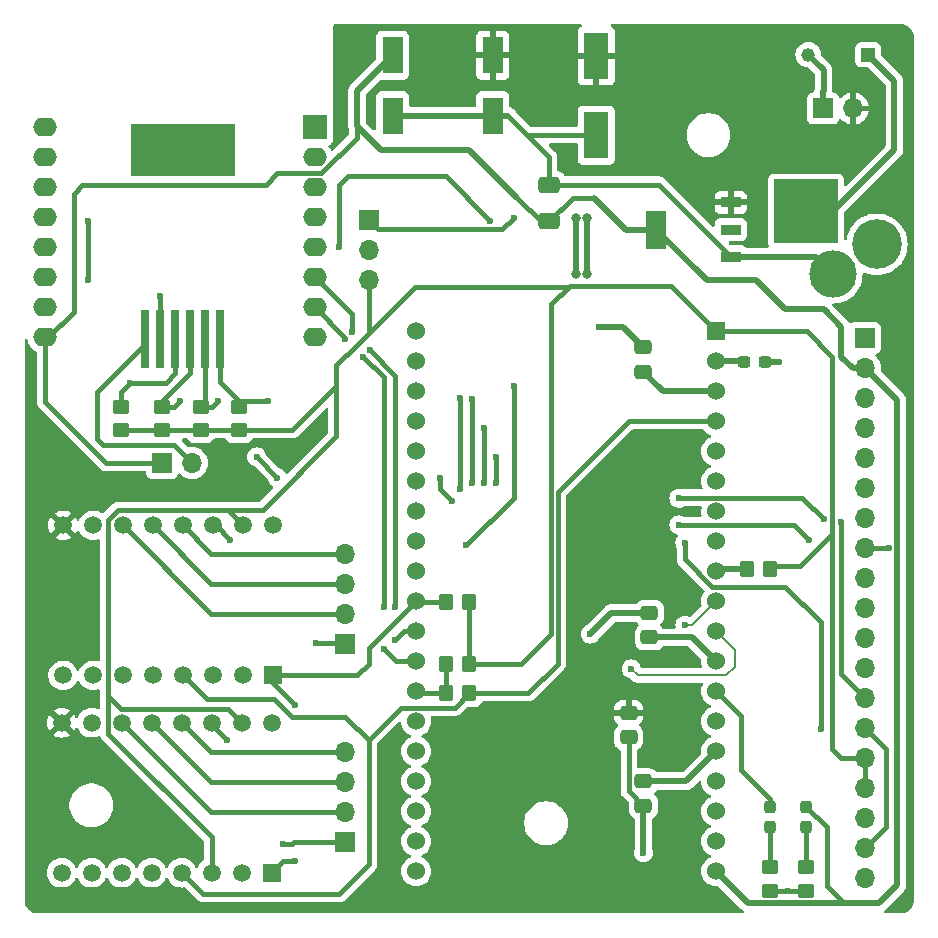
<source format=gbr>
%TF.GenerationSoftware,KiCad,Pcbnew,8.0.8*%
%TF.CreationDate,2025-02-21T08:50:18-05:00*%
%TF.ProjectId,Stardust,53746172-6475-4737-942e-6b696361645f,rev?*%
%TF.SameCoordinates,Original*%
%TF.FileFunction,Copper,L1,Top*%
%TF.FilePolarity,Positive*%
%FSLAX46Y46*%
G04 Gerber Fmt 4.6, Leading zero omitted, Abs format (unit mm)*
G04 Created by KiCad (PCBNEW 8.0.8) date 2025-02-21 08:50:18*
%MOMM*%
%LPD*%
G01*
G04 APERTURE LIST*
G04 Aperture macros list*
%AMRoundRect*
0 Rectangle with rounded corners*
0 $1 Rounding radius*
0 $2 $3 $4 $5 $6 $7 $8 $9 X,Y pos of 4 corners*
0 Add a 4 corners polygon primitive as box body*
4,1,4,$2,$3,$4,$5,$6,$7,$8,$9,$2,$3,0*
0 Add four circle primitives for the rounded corners*
1,1,$1+$1,$2,$3*
1,1,$1+$1,$4,$5*
1,1,$1+$1,$6,$7*
1,1,$1+$1,$8,$9*
0 Add four rect primitives between the rounded corners*
20,1,$1+$1,$2,$3,$4,$5,0*
20,1,$1+$1,$4,$5,$6,$7,0*
20,1,$1+$1,$6,$7,$8,$9,0*
20,1,$1+$1,$8,$9,$2,$3,0*%
G04 Aperture macros list end*
%TA.AperFunction,SMDPad,CuDef*%
%ADD10RoundRect,0.250000X0.475000X-0.337500X0.475000X0.337500X-0.475000X0.337500X-0.475000X-0.337500X0*%
%TD*%
%TA.AperFunction,SMDPad,CuDef*%
%ADD11RoundRect,0.250000X-0.350000X-0.450000X0.350000X-0.450000X0.350000X0.450000X-0.350000X0.450000X0*%
%TD*%
%TA.AperFunction,SMDPad,CuDef*%
%ADD12RoundRect,0.237500X0.237500X-0.287500X0.237500X0.287500X-0.237500X0.287500X-0.237500X-0.287500X0*%
%TD*%
%TA.AperFunction,ComponentPad*%
%ADD13R,1.700000X1.700000*%
%TD*%
%TA.AperFunction,ComponentPad*%
%ADD14O,1.700000X1.700000*%
%TD*%
%TA.AperFunction,SMDPad,CuDef*%
%ADD15R,0.760000X5.000000*%
%TD*%
%TA.AperFunction,SMDPad,CuDef*%
%ADD16R,8.800000X4.500000*%
%TD*%
%TA.AperFunction,SMDPad,CuDef*%
%ADD17RoundRect,0.250000X-0.450000X0.350000X-0.450000X-0.350000X0.450000X-0.350000X0.450000X0.350000X0*%
%TD*%
%TA.AperFunction,ComponentPad*%
%ADD18R,1.150000X1.150000*%
%TD*%
%TA.AperFunction,ComponentPad*%
%ADD19C,1.150000*%
%TD*%
%TA.AperFunction,SMDPad,CuDef*%
%ADD20R,2.150000X4.000000*%
%TD*%
%TA.AperFunction,SMDPad,CuDef*%
%ADD21R,1.750000X0.950000*%
%TD*%
%TA.AperFunction,SMDPad,CuDef*%
%ADD22R,1.750000X3.200000*%
%TD*%
%TA.AperFunction,SMDPad,CuDef*%
%ADD23R,1.800000X3.150000*%
%TD*%
%TA.AperFunction,SMDPad,CuDef*%
%ADD24RoundRect,0.250000X-0.475000X0.337500X-0.475000X-0.337500X0.475000X-0.337500X0.475000X0.337500X0*%
%TD*%
%TA.AperFunction,SMDPad,CuDef*%
%ADD25RoundRect,0.237500X0.300000X0.237500X-0.300000X0.237500X-0.300000X-0.237500X0.300000X-0.237500X0*%
%TD*%
%TA.AperFunction,SMDPad,CuDef*%
%ADD26RoundRect,0.250000X0.650000X-0.412500X0.650000X0.412500X-0.650000X0.412500X-0.650000X-0.412500X0*%
%TD*%
%TA.AperFunction,ComponentPad*%
%ADD27R,5.385000X5.385000*%
%TD*%
%TA.AperFunction,ComponentPad*%
%ADD28C,4.005000*%
%TD*%
%TA.AperFunction,ComponentPad*%
%ADD29C,4.200000*%
%TD*%
%TA.AperFunction,ComponentPad*%
%ADD30R,1.508000X1.508000*%
%TD*%
%TA.AperFunction,ComponentPad*%
%ADD31C,1.508000*%
%TD*%
%TA.AperFunction,ComponentPad*%
%ADD32R,1.530000X1.530000*%
%TD*%
%TA.AperFunction,ComponentPad*%
%ADD33C,1.530000*%
%TD*%
%TA.AperFunction,ComponentPad*%
%ADD34R,2.000000X2.000000*%
%TD*%
%TA.AperFunction,ComponentPad*%
%ADD35O,2.000000X1.600000*%
%TD*%
%TA.AperFunction,ViaPad*%
%ADD36C,0.800000*%
%TD*%
%TA.AperFunction,ViaPad*%
%ADD37C,0.600000*%
%TD*%
%TA.AperFunction,Conductor*%
%ADD38C,0.500000*%
%TD*%
%TA.AperFunction,Conductor*%
%ADD39C,0.381000*%
%TD*%
%TA.AperFunction,Conductor*%
%ADD40C,0.508000*%
%TD*%
%TA.AperFunction,Conductor*%
%ADD41C,0.200000*%
%TD*%
G04 APERTURE END LIST*
D10*
%TO.P,C6,1*%
%TO.N,GND*%
X176250000Y-117037500D03*
%TO.P,C6,2*%
%TO.N,/AUX4*%
X176250000Y-114962500D03*
%TD*%
D11*
%TO.P,R1,1*%
%TO.N,/EN*%
X159500000Y-99750000D03*
%TO.P,R1,2*%
%TO.N,+3.3V*%
X161500000Y-99750000D03*
%TD*%
D12*
%TO.P,D2,1,K*%
%TO.N,Net-(D2-K)*%
X187000000Y-118875000D03*
%TO.P,D2,2,A*%
%TO.N,/STA*%
X187000000Y-117125000D03*
%TD*%
D13*
%TO.P,J7,1,Pin_1*%
%TO.N,+5V*%
X135500000Y-88000000D03*
D14*
%TO.P,J7,2,Pin_2*%
%TO.N,Net-(J7-Pin_2)*%
X138040000Y-88000000D03*
%TD*%
D15*
%TO.P,J2,1,1*%
%TO.N,/RA+*%
X140425000Y-77550000D03*
%TO.P,J2,2,2*%
%TO.N,/DE+*%
X139155000Y-77550000D03*
%TO.P,J2,3,3*%
%TO.N,/DE-*%
X137885000Y-77550000D03*
%TO.P,J2,4,4*%
%TO.N,/RA-*%
X136615000Y-77550000D03*
%TO.P,J2,5,5*%
%TO.N,GND*%
X135345000Y-77550000D03*
%TO.P,J2,6,6*%
%TO.N,Net-(J7-Pin_2)*%
X134075000Y-77550000D03*
D16*
%TO.P,J2,MP1,MP1*%
%TO.N,unconnected-(J2-PadMP1)*%
X137250000Y-61500000D03*
%TD*%
D17*
%TO.P,R14,1*%
%TO.N,/RA+*%
X142000000Y-83250000D03*
%TO.P,R14,2*%
%TO.N,+3.3V*%
X142000000Y-85250000D03*
%TD*%
D18*
%TO.P,U8,1,1*%
%TO.N,Net-(J1-Pad1)*%
X195275000Y-53450000D03*
D19*
%TO.P,U8,2,2*%
%TO.N,Net-(J3-Pin_1)*%
X190195000Y-53450000D03*
%TD*%
D20*
%TO.P,C7,1*%
%TO.N,+12V*%
X172250000Y-53550000D03*
%TO.P,C7,2*%
%TO.N,GND*%
X172250000Y-60250000D03*
%TD*%
D21*
%TO.P,U7,1,FIXED*%
%TO.N,GND*%
X183650000Y-70550000D03*
%TO.P,U7,2,OUTPUT_1*%
%TO.N,unconnected-(U7-OUTPUT_1-Pad2)*%
X183650000Y-68250000D03*
%TO.P,U7,3,INPUT*%
%TO.N,+12V*%
X183650000Y-65950000D03*
D22*
%TO.P,U7,4,OUTPUT_2*%
%TO.N,+5V*%
X177350000Y-68250000D03*
%TD*%
D23*
%TO.P,C2,1*%
%TO.N,+12V*%
X163500000Y-53500000D03*
%TO.P,C2,2*%
%TO.N,GND*%
X163500000Y-58600000D03*
%TD*%
%TO.P,C1,1*%
%TO.N,+5V*%
X155000000Y-53500000D03*
%TO.P,C1,2*%
%TO.N,GND*%
X155000000Y-58600000D03*
%TD*%
D11*
%TO.P,R15,1*%
%TO.N,/AUX8*%
X185000000Y-97000000D03*
%TO.P,R15,2*%
%TO.N,+3.3V*%
X187000000Y-97000000D03*
%TD*%
D12*
%TO.P,D1,1,K*%
%TO.N,Net-(D1-K)*%
X190000000Y-118875000D03*
%TO.P,D1,2,A*%
%TO.N,+5V*%
X190000000Y-117125000D03*
%TD*%
D24*
%TO.P,C5,1*%
%TO.N,GND*%
X176750000Y-100712500D03*
%TO.P,C5,2*%
%TO.N,/AUX3*%
X176750000Y-102787500D03*
%TD*%
D11*
%TO.P,R3,1*%
%TO.N,/UART_TX*%
X159500000Y-105000000D03*
%TO.P,R3,2*%
%TO.N,+3.3V*%
X161500000Y-105000000D03*
%TD*%
D13*
%TO.P,J3,1,Pin_1*%
%TO.N,Net-(J3-Pin_1)*%
X191460000Y-58000000D03*
D14*
%TO.P,J3,2,Pin_2*%
%TO.N,+12V*%
X194000000Y-58000000D03*
%TD*%
D25*
%TO.P,C3,1*%
%TO.N,GND*%
X186500000Y-79500000D03*
%TO.P,C3,2*%
%TO.N,/ESP32_RST*%
X184775000Y-79500000D03*
%TD*%
D17*
%TO.P,R13,1*%
%TO.N,/DE+*%
X138750000Y-83250000D03*
%TO.P,R13,2*%
%TO.N,+3.3V*%
X138750000Y-85250000D03*
%TD*%
%TO.P,R9,1*%
%TO.N,Net-(D1-K)*%
X190000000Y-122250000D03*
%TO.P,R9,2*%
%TO.N,GND*%
X190000000Y-124250000D03*
%TD*%
%TO.P,R10,1*%
%TO.N,Net-(D2-K)*%
X187000000Y-122250000D03*
%TO.P,R10,2*%
%TO.N,GND*%
X187000000Y-124250000D03*
%TD*%
%TO.P,R12,1*%
%TO.N,/DE-*%
X135500000Y-83250000D03*
%TO.P,R12,2*%
%TO.N,+3.3V*%
X135500000Y-85250000D03*
%TD*%
D26*
%TO.P,C9,1*%
%TO.N,+5V*%
X168250000Y-67562500D03*
%TO.P,C9,2*%
%TO.N,GND*%
X168250000Y-64437500D03*
%TD*%
D11*
%TO.P,R2,1*%
%TO.N,/UART_TX*%
X159500000Y-107500000D03*
%TO.P,R2,2*%
%TO.N,/UART_RX*%
X161500000Y-107500000D03*
%TD*%
D24*
%TO.P,C8,1*%
%TO.N,+12V*%
X175000000Y-109175000D03*
%TO.P,C8,2*%
%TO.N,GND*%
X175000000Y-111250000D03*
%TD*%
%TO.P,C4,1*%
%TO.N,GND*%
X176250000Y-78212500D03*
%TO.P,C4,2*%
%TO.N,/PEC*%
X176250000Y-80287500D03*
%TD*%
D27*
%TO.P,J1,1*%
%TO.N,Net-(J1-Pad1)*%
X190000000Y-66700000D03*
D28*
%TO.P,J1,2*%
%TO.N,GND*%
X192300000Y-72000000D03*
D29*
%TO.P,J1,3,switch*%
%TO.N,unconnected-(J1-switch-Pad3)*%
X196000000Y-69500000D03*
%TD*%
D17*
%TO.P,R11,1*%
%TO.N,/RA-*%
X132000000Y-83250000D03*
%TO.P,R11,2*%
%TO.N,+3.3V*%
X132000000Y-85250000D03*
%TD*%
D30*
%TO.P,U2,1,~{EN}*%
%TO.N,/EN*%
X144890000Y-106000000D03*
D31*
%TO.P,U2,2,MS1*%
%TO.N,GND*%
X142350000Y-106000000D03*
%TO.P,U2,3,MS2*%
X139810000Y-106000000D03*
%TO.P,U2,4,PDN*%
%TO.N,/UART_RX*%
X137270000Y-106000000D03*
%TO.P,U2,5,PDN*%
%TO.N,unconnected-(U2-PDN-Pad5)*%
X134730000Y-106000000D03*
%TO.P,U2,6,CLK*%
%TO.N,unconnected-(U2-CLK-Pad6)*%
X132190000Y-106000000D03*
%TO.P,U2,7,STEP*%
%TO.N,/STEP1*%
X129650000Y-106000000D03*
%TO.P,U2,8,DIR*%
%TO.N,/DIR1*%
X127110000Y-106000000D03*
%TO.P,U2,9,GND*%
%TO.N,GND*%
X144890000Y-93300000D03*
%TO.P,U2,10,VDD*%
%TO.N,+3.3V*%
X142350000Y-93300000D03*
%TO.P,U2,11,B2*%
%TO.N,/B2_1*%
X139810000Y-93300000D03*
%TO.P,U2,12,B1*%
%TO.N,/B1_1*%
X137270000Y-93300000D03*
%TO.P,U2,13,A1*%
%TO.N,/A1_1*%
X134730000Y-93300000D03*
%TO.P,U2,14,A2*%
%TO.N,/A2_1*%
X132190000Y-93300000D03*
%TO.P,U2,15,GND*%
%TO.N,GND*%
X129650000Y-93300000D03*
%TO.P,U2,16,VM*%
%TO.N,+12V*%
X127110000Y-93300000D03*
%TD*%
D32*
%TO.P,U1,1,3V3*%
%TO.N,+3.3V*%
X182400000Y-76860000D03*
D33*
%TO.P,U1,2,EN*%
%TO.N,/ESP32_RST*%
X182400000Y-79400000D03*
%TO.P,U1,3,SENSOR_VP*%
%TO.N,/PEC*%
X182400000Y-81940000D03*
%TO.P,U1,4,SENSOR_VN*%
%TO.N,/UART_RX*%
X182400000Y-84480000D03*
%TO.P,U1,5,IO34*%
%TO.N,/RA-*%
X182400000Y-87020000D03*
%TO.P,U1,6,IO35*%
%TO.N,/RA+*%
X182400000Y-89560000D03*
%TO.P,U1,7,IO32*%
%TO.N,/DE-*%
X182400000Y-92100000D03*
%TO.P,U1,8,IO33*%
%TO.N,/DE+*%
X182400000Y-94640000D03*
%TO.P,U1,9,IO25*%
%TO.N,/AUX8*%
X182400000Y-97180000D03*
%TO.P,U1,10,IO26*%
%TO.N,/DIR2*%
X182400000Y-99720000D03*
%TO.P,U1,11,IO27*%
%TO.N,/STEP2*%
X182400000Y-102260000D03*
%TO.P,U1,12,IO14*%
%TO.N,/AUX3*%
X182400000Y-104800000D03*
%TO.P,U1,13,IO12*%
%TO.N,/STA*%
X182400000Y-107340000D03*
%TO.P,U1,14,GND1*%
%TO.N,GND*%
X182400000Y-109880000D03*
%TO.P,U1,15,IO13*%
%TO.N,/AUX4*%
X182400000Y-112420000D03*
%TO.P,U1,16,SD2*%
%TO.N,unconnected-(U1-SD2-Pad16)*%
X182400000Y-114960000D03*
%TO.P,U1,17,SD3*%
%TO.N,unconnected-(U1-SD3-Pad17)*%
X182400000Y-117500000D03*
%TO.P,U1,18,CMD*%
%TO.N,unconnected-(U1-CMD-Pad18)*%
X182400000Y-120040000D03*
%TO.P,U1,19,EXT_5V*%
%TO.N,+5V*%
X182400000Y-122580000D03*
%TO.P,U1,20,CLK*%
%TO.N,unconnected-(U1-CLK-Pad20)*%
X157000000Y-122580000D03*
%TO.P,U1,21,SD0*%
%TO.N,unconnected-(U1-SD0-Pad21)*%
X157000000Y-120040000D03*
%TO.P,U1,22,SD1*%
%TO.N,unconnected-(U1-SD1-Pad22)*%
X157000000Y-117500000D03*
%TO.P,U1,23,IO15*%
%TO.N,unconnected-(U1-IO15-Pad23)*%
X157000000Y-114960000D03*
%TO.P,U1,24,IO2*%
%TO.N,unconnected-(U1-IO2-Pad24)*%
X157000000Y-112420000D03*
%TO.P,U1,25,IO0*%
%TO.N,/DIR1*%
X157000000Y-109880000D03*
%TO.P,U1,26,IO4*%
%TO.N,/UART_TX*%
X157000000Y-107340000D03*
%TO.P,U1,27,IO16*%
%TO.N,/RX2*%
X157000000Y-104800000D03*
%TO.P,U1,28,IO17*%
%TO.N,/TX2*%
X157000000Y-102260000D03*
%TO.P,U1,29,IO5*%
%TO.N,/EN*%
X157000000Y-99720000D03*
%TO.P,U1,30,IO18*%
%TO.N,/STEP1*%
X157000000Y-97180000D03*
%TO.P,U1,31,IO19*%
%TO.N,unconnected-(U1-IO19-Pad31)*%
X157000000Y-94640000D03*
%TO.P,U1,32,GND2*%
%TO.N,GND*%
X157000000Y-92100000D03*
%TO.P,U1,33,IO21*%
%TO.N,/SDA*%
X157000000Y-89560000D03*
%TO.P,U1,34,RXD0*%
%TO.N,/TX0*%
X157000000Y-87020000D03*
%TO.P,U1,35,TXD0*%
%TO.N,/RX0*%
X157000000Y-84480000D03*
%TO.P,U1,36,IO22*%
%TO.N,/SCL*%
X157000000Y-81940000D03*
%TO.P,U1,37,IO23*%
%TO.N,/AUX7*%
X157000000Y-79400000D03*
%TO.P,U1,38,GND3*%
%TO.N,GND*%
X157000000Y-76860000D03*
%TD*%
D30*
%TO.P,U3,1,~{EN}*%
%TO.N,/EN*%
X144780000Y-122700000D03*
D31*
%TO.P,U3,2,MS1*%
%TO.N,GND*%
X142240000Y-122700000D03*
%TO.P,U3,3,MS2*%
%TO.N,+3.3V*%
X139700000Y-122700000D03*
%TO.P,U3,4,PDN*%
%TO.N,/UART_RX*%
X137160000Y-122700000D03*
%TO.P,U3,5,PDN*%
%TO.N,unconnected-(U3-PDN-Pad5)*%
X134620000Y-122700000D03*
%TO.P,U3,6,CLK*%
%TO.N,unconnected-(U3-CLK-Pad6)*%
X132080000Y-122700000D03*
%TO.P,U3,7,STEP*%
%TO.N,/STEP2*%
X129540000Y-122700000D03*
%TO.P,U3,8,DIR*%
%TO.N,/DIR2*%
X127000000Y-122700000D03*
%TO.P,U3,9,GND*%
%TO.N,GND*%
X144780000Y-110000000D03*
%TO.P,U3,10,VDD*%
%TO.N,+3.3V*%
X142240000Y-110000000D03*
%TO.P,U3,11,B2*%
%TO.N,/B2_2*%
X139700000Y-110000000D03*
%TO.P,U3,12,B1*%
%TO.N,/B1_2*%
X137160000Y-110000000D03*
%TO.P,U3,13,A1*%
%TO.N,/A1_2*%
X134620000Y-110000000D03*
%TO.P,U3,14,A2*%
%TO.N,/A2_2*%
X132080000Y-110000000D03*
%TO.P,U3,15,GND*%
%TO.N,GND*%
X129540000Y-110000000D03*
%TO.P,U3,16,VM*%
%TO.N,+12V*%
X127000000Y-110000000D03*
%TD*%
D13*
%TO.P,J5,1,Pin_1*%
%TO.N,/B2_2*%
X151000000Y-120080000D03*
D14*
%TO.P,J5,2,Pin_2*%
%TO.N,/A2_2*%
X151000000Y-117540000D03*
%TO.P,J5,3,Pin_3*%
%TO.N,/A1_2*%
X151000000Y-115000000D03*
%TO.P,J5,4,Pin_4*%
%TO.N,/B1_2*%
X151000000Y-112460000D03*
%TD*%
D13*
%TO.P,J6,1,Pin_1*%
%TO.N,GND*%
X153000000Y-67460000D03*
D14*
%TO.P,J6,2,Pin_2*%
%TO.N,/PUL*%
X153000000Y-70000000D03*
%TO.P,J6,3,Pin_3*%
%TO.N,+3.3V*%
X153000000Y-72540000D03*
%TD*%
D13*
%TO.P,J8,1,Pin_1*%
%TO.N,GND*%
X195000000Y-77420000D03*
D14*
%TO.P,J8,2,Pin_2*%
%TO.N,+5V*%
X195000000Y-79960000D03*
%TO.P,J8,3,Pin_3*%
%TO.N,/EN1_B*%
X195000000Y-82500000D03*
%TO.P,J8,4,Pin_4*%
%TO.N,/EN1_A*%
X195000000Y-85040000D03*
%TO.P,J8,5,Pin_5*%
%TO.N,/EN2_B*%
X195000000Y-87580000D03*
%TO.P,J8,6,Pin_6*%
%TO.N,/EN2_A*%
X195000000Y-90120000D03*
%TO.P,J8,7,Pin_7*%
%TO.N,/AUX3*%
X195000000Y-92660000D03*
%TO.P,J8,8,Pin_8*%
%TO.N,/AUX4*%
X195000000Y-95200000D03*
%TO.P,J8,9,Pin_9*%
%TO.N,/TX0*%
X195000000Y-97740000D03*
%TO.P,J8,10,Pin_10*%
%TO.N,/RX0*%
X195000000Y-100280000D03*
%TO.P,J8,11,Pin_11*%
%TO.N,/SCL*%
X195000000Y-102820000D03*
%TO.P,J8,12,Pin_12*%
%TO.N,/SDA*%
X195000000Y-105360000D03*
%TO.P,J8,13,Pin_13*%
%TO.N,/PEC*%
X195000000Y-107900000D03*
%TO.P,J8,14,Pin_14*%
%TO.N,/AUX7*%
X195000000Y-110440000D03*
%TO.P,J8,15,Pin_15*%
%TO.N,+3.3V*%
X195000000Y-112980000D03*
%TO.P,J8,16,Pin_16*%
X195000000Y-115520000D03*
%TO.P,J8,17,Pin_17*%
%TO.N,/LIMIT*%
X195000000Y-118060000D03*
%TO.P,J8,18,Pin_18*%
%TO.N,/AUX7*%
X195000000Y-120600000D03*
%TO.P,J8,19,Pin_19*%
%TO.N,/PPS*%
X195000000Y-123140000D03*
%TD*%
D13*
%TO.P,J4,1,Pin_1*%
%TO.N,/B2_1*%
X151000000Y-103300000D03*
D14*
%TO.P,J4,2,Pin_2*%
%TO.N,/A2_1*%
X151000000Y-100760000D03*
%TO.P,J4,3,Pin_3*%
%TO.N,/A1_1*%
X151000000Y-98220000D03*
%TO.P,J4,4,Pin_4*%
%TO.N,/B1_1*%
X151000000Y-95680000D03*
%TD*%
D34*
%TO.P,U4,1,~{RST}*%
%TO.N,unconnected-(U4-~{RST}-Pad1)*%
X148445000Y-59610000D03*
D35*
%TO.P,U4,2,A0*%
%TO.N,unconnected-(U4-A0-Pad2)*%
X148445000Y-62150000D03*
%TO.P,U4,3,D0*%
%TO.N,unconnected-(U4-D0-Pad3)*%
X148445000Y-64690000D03*
%TO.P,U4,4,SCK/D5*%
%TO.N,/EN1_A*%
X148445000Y-67230000D03*
%TO.P,U4,5,MISO/D6*%
%TO.N,/EN1_B*%
X148445000Y-69770000D03*
%TO.P,U4,6,MOSI/D7*%
%TO.N,/TX2*%
X148445000Y-72310000D03*
%TO.P,U4,7,CS/D8*%
%TO.N,/RX2*%
X148445000Y-74850000D03*
%TO.P,U4,8,3V3*%
%TO.N,unconnected-(U4-3V3-Pad8)*%
X148445000Y-77390000D03*
%TO.P,U4,9,5V*%
%TO.N,+5V*%
X125585000Y-77390000D03*
%TO.P,U4,10,GND*%
%TO.N,GND*%
X125585000Y-74850000D03*
%TO.P,U4,11,D4*%
%TO.N,unconnected-(U4-D4-Pad11)*%
X125585000Y-72310000D03*
%TO.P,U4,12,D3*%
%TO.N,unconnected-(U4-D3-Pad12)*%
X125585000Y-69770000D03*
%TO.P,U4,13,SDA/D2*%
%TO.N,/EN2_B*%
X125585000Y-67230000D03*
%TO.P,U4,14,SCL/D1*%
%TO.N,/EN2_A*%
X125585000Y-64690000D03*
%TO.P,U4,15,RX*%
%TO.N,unconnected-(U4-RX-Pad15)*%
X125585000Y-62150000D03*
%TO.P,U4,16,TX*%
%TO.N,unconnected-(U4-TX-Pad16)*%
X125585000Y-59610000D03*
%TD*%
D36*
%TO.N,GND*%
X170500000Y-72000000D03*
D37*
X165250000Y-81500000D03*
X176250000Y-121000000D03*
X165250000Y-67250000D03*
D36*
X171500000Y-72000000D03*
D37*
X171750000Y-102500000D03*
X187750000Y-79500000D03*
X161250000Y-95000000D03*
D36*
X170500000Y-67250000D03*
X171500000Y-67250000D03*
D37*
X135345000Y-73845000D03*
X172500000Y-76500000D03*
X188500000Y-124250000D03*
%TO.N,+12V*%
X182250000Y-125250000D03*
X179250000Y-125250000D03*
X171500000Y-125250000D03*
X180750000Y-125250000D03*
X178000000Y-125250000D03*
X173000000Y-125250000D03*
X198750000Y-122000000D03*
X174500000Y-125250000D03*
X198750000Y-119000000D03*
X198750000Y-120000000D03*
X198000000Y-125250000D03*
X198750000Y-121000000D03*
X176250000Y-125250000D03*
X198750000Y-124000000D03*
X198750000Y-123000000D03*
%TO.N,/DE+*%
X145250000Y-89250000D03*
X140250000Y-82750000D03*
X143500000Y-87500000D03*
%TO.N,/RA-*%
X132750000Y-81250000D03*
%TO.N,/DE-*%
X137000000Y-82750000D03*
%TO.N,/RA+*%
X144500000Y-82750000D03*
%TO.N,/EN*%
X146750000Y-121750000D03*
X146750000Y-108500000D03*
%TO.N,/EN1_B*%
X150500000Y-69750000D03*
X163250000Y-67500000D03*
%TO.N,/EN2_A*%
X129250000Y-72500000D03*
X129250000Y-67500000D03*
%TO.N,/B2_1*%
X148500000Y-103250000D03*
X141250000Y-94500000D03*
%TO.N,/B2_2*%
X141000000Y-111500000D03*
X145750000Y-120250000D03*
%TO.N,/RX2*%
X154250000Y-100250000D03*
X154250000Y-103750000D03*
X152500000Y-79000000D03*
X151000000Y-77500000D03*
%TO.N,/TX2*%
X155250000Y-103000000D03*
X153065687Y-78434313D03*
X155250000Y-100250000D03*
X151569361Y-76938011D03*
%TO.N,/RX0*%
X162750000Y-85059500D03*
X190250000Y-94500000D03*
X162750000Y-89750000D03*
X179250000Y-93250000D03*
%TO.N,/SDA*%
X159000000Y-89250000D03*
X160000000Y-91250000D03*
%TO.N,/PEC*%
X193000000Y-93000000D03*
%TO.N,/DIR2*%
X179750000Y-101750000D03*
%TO.N,/SCL*%
X160750000Y-82500000D03*
X160750000Y-90250000D03*
%TO.N,/TX0*%
X179250000Y-91000000D03*
X163750000Y-89750000D03*
X191500000Y-92750000D03*
X163750000Y-87491500D03*
%TO.N,/AUX4*%
X197000000Y-95200000D03*
%TO.N,/STEP2*%
X175200735Y-105450735D03*
%TO.N,/AUX7*%
X179750000Y-94750000D03*
X161750000Y-82559500D03*
X161750000Y-89750000D03*
X191250000Y-110500000D03*
%TD*%
D38*
%TO.N,GND*%
X155000000Y-58600000D02*
X164750000Y-58600000D01*
D39*
X175000000Y-111250000D02*
X175000000Y-115787500D01*
D40*
X176750000Y-100712500D02*
X173537500Y-100712500D01*
D39*
X165250000Y-91000000D02*
X165250000Y-81500000D01*
X164309500Y-68190500D02*
X165250000Y-67250000D01*
D38*
X186500000Y-79500000D02*
X187750000Y-79500000D01*
D40*
X173537500Y-100712500D02*
X171750000Y-102500000D01*
D39*
X175000000Y-115787500D02*
X176250000Y-117037500D01*
X153000000Y-67460000D02*
X153730500Y-68190500D01*
X187000000Y-124250000D02*
X188500000Y-124250000D01*
D40*
X172500000Y-76500000D02*
X174537500Y-76500000D01*
X176250000Y-117037500D02*
X176250000Y-121000000D01*
D39*
X177537500Y-64437500D02*
X183650000Y-70550000D01*
D40*
X183650000Y-70550000D02*
X190850000Y-70550000D01*
D39*
X161250000Y-95000000D02*
X165250000Y-91000000D01*
X190000000Y-124250000D02*
X188500000Y-124250000D01*
X164750000Y-58600000D02*
X165575000Y-59425000D01*
X153730500Y-68190500D02*
X164309500Y-68190500D01*
X168250000Y-62100000D02*
X165575000Y-59425000D01*
D38*
X163500000Y-58600000D02*
X164750000Y-58600000D01*
D39*
X135345000Y-73845000D02*
X135345000Y-77550000D01*
X168250000Y-64437500D02*
X168250000Y-62100000D01*
D40*
X190850000Y-70550000D02*
X192300000Y-72000000D01*
D39*
X168250000Y-64437500D02*
X177537500Y-64437500D01*
D38*
X170500000Y-67250000D02*
X170500000Y-72000000D01*
D39*
X166400000Y-60250000D02*
X172250000Y-60250000D01*
X165575000Y-59425000D02*
X166400000Y-60250000D01*
D40*
X174537500Y-76500000D02*
X176250000Y-78212500D01*
D38*
X171500000Y-67250000D02*
X171500000Y-72000000D01*
%TO.N,Net-(J1-Pad1)*%
X197500000Y-55675000D02*
X195275000Y-53450000D01*
X190000000Y-66700000D02*
X192300000Y-66700000D01*
X197500000Y-61500000D02*
X197500000Y-55675000D01*
X192300000Y-66700000D02*
X197500000Y-61500000D01*
%TO.N,Net-(J3-Pin_1)*%
X191500000Y-56500000D02*
X191460000Y-56540000D01*
X191460000Y-56540000D02*
X191460000Y-58000000D01*
X190195000Y-53450000D02*
X191500000Y-54755000D01*
X191500000Y-54755000D02*
X191500000Y-56500000D01*
%TO.N,+5V*%
X154000000Y-61500000D02*
X152000000Y-59500000D01*
D39*
X130750000Y-88000000D02*
X135500000Y-88000000D01*
X125585000Y-82835000D02*
X130750000Y-88000000D01*
X144250000Y-64500000D02*
X128750000Y-64500000D01*
D38*
X193960000Y-79960000D02*
X195000000Y-79960000D01*
X193000000Y-79000000D02*
X193960000Y-79960000D01*
D40*
X196196000Y-125304000D02*
X197750000Y-123750000D01*
X193250000Y-125304000D02*
X196196000Y-125304000D01*
D39*
X145250500Y-63499500D02*
X144250000Y-64500000D01*
X125585000Y-77390000D02*
X125585000Y-82835000D01*
D38*
X161500000Y-61500000D02*
X154000000Y-61500000D01*
D39*
X126121000Y-77390000D02*
X125585000Y-77390000D01*
X170250000Y-65562500D02*
X172062500Y-65562500D01*
X128000000Y-75250000D02*
X125860000Y-77390000D01*
D40*
X197750000Y-123750000D02*
X197750000Y-95516318D01*
D38*
X191500000Y-75000000D02*
X193000000Y-76500000D01*
D40*
X197750000Y-95516318D02*
X197754000Y-95512318D01*
X185124000Y-125304000D02*
X193250000Y-125304000D01*
D39*
X152000000Y-59500000D02*
X152000000Y-60478621D01*
D38*
X185750000Y-72500000D02*
X188250000Y-75000000D01*
X177350000Y-68250000D02*
X174750000Y-68250000D01*
D39*
X128000000Y-65250000D02*
X128000000Y-75250000D01*
X167562500Y-67562500D02*
X168250000Y-67562500D01*
X190000000Y-117125000D02*
X191750000Y-118875000D01*
D38*
X188250000Y-75000000D02*
X191500000Y-75000000D01*
X152000000Y-59500000D02*
X152000000Y-56500000D01*
D39*
X152000000Y-60478621D02*
X148979121Y-63499500D01*
D40*
X197754000Y-95512318D02*
X197754000Y-82714000D01*
D38*
X177350000Y-68250000D02*
X181600000Y-72500000D01*
D39*
X125860000Y-77390000D02*
X125585000Y-77390000D01*
D40*
X197754000Y-82714000D02*
X195000000Y-79960000D01*
D38*
X152000000Y-56500000D02*
X155000000Y-53500000D01*
D40*
X182400000Y-122580000D02*
X185124000Y-125304000D01*
D39*
X148979121Y-63499500D02*
X145250500Y-63499500D01*
D38*
X165562500Y-65562500D02*
X161500000Y-61500000D01*
D39*
X165562500Y-65562500D02*
X167562500Y-67562500D01*
X168250000Y-67562500D02*
X170250000Y-65562500D01*
D38*
X174750000Y-68250000D02*
X172062500Y-65562500D01*
D39*
X191750000Y-118875000D02*
X191750000Y-123804000D01*
D38*
X193000000Y-76500000D02*
X193000000Y-79000000D01*
D39*
X191750000Y-123804000D02*
X193250000Y-125304000D01*
X128750000Y-64500000D02*
X128000000Y-65250000D01*
D38*
X181600000Y-72500000D02*
X185750000Y-72500000D01*
D39*
%TO.N,/DE+*%
X138750000Y-83250000D02*
X139750000Y-83250000D01*
X139155000Y-82845000D02*
X138750000Y-83250000D01*
X143500000Y-87500000D02*
X145250000Y-89250000D01*
X139750000Y-83250000D02*
X140250000Y-82750000D01*
X139155000Y-77550000D02*
X139155000Y-82845000D01*
%TO.N,Net-(J7-Pin_2)*%
X136540000Y-86500000D02*
X138040000Y-88000000D01*
X130500000Y-86500000D02*
X136540000Y-86500000D01*
X134075000Y-77925000D02*
X134075000Y-77550000D01*
X130000000Y-82000000D02*
X134075000Y-77925000D01*
X130000000Y-86000000D02*
X130500000Y-86500000D01*
X130000000Y-82000000D02*
X130000000Y-86000000D01*
%TO.N,/RA-*%
X136615000Y-77550000D02*
X136615000Y-80431000D01*
X132000000Y-82750000D02*
X132000000Y-82000000D01*
X135796000Y-81250000D02*
X132750000Y-81250000D01*
X132000000Y-82000000D02*
X132750000Y-81250000D01*
X136615000Y-80431000D02*
X135796000Y-81250000D01*
%TO.N,/DE-*%
X137885000Y-80365000D02*
X135500000Y-82750000D01*
X136500000Y-83250000D02*
X137000000Y-82750000D01*
X135500000Y-83250000D02*
X136500000Y-83250000D01*
X137885000Y-77550000D02*
X137885000Y-80365000D01*
%TO.N,/RA+*%
X140425000Y-77550000D02*
X140425000Y-81175000D01*
X140425000Y-81175000D02*
X142000000Y-82750000D01*
X142000000Y-82750000D02*
X144500000Y-82750000D01*
%TO.N,/EN*%
X145730000Y-121750000D02*
X144780000Y-122700000D01*
X153000000Y-105000000D02*
X153000000Y-103720000D01*
X159500000Y-99750000D02*
X157030000Y-99750000D01*
X144890000Y-106640000D02*
X146750000Y-108500000D01*
X152000000Y-106000000D02*
X153000000Y-105000000D01*
X146750000Y-121750000D02*
X145730000Y-121750000D01*
X157030000Y-99750000D02*
X157000000Y-99720000D01*
X153000000Y-103720000D02*
X157000000Y-99720000D01*
X144890000Y-106000000D02*
X144890000Y-106640000D01*
X144890000Y-106000000D02*
X152000000Y-106000000D01*
%TO.N,+3.3V*%
X142000000Y-85250000D02*
X138750000Y-85250000D01*
X189500000Y-96750000D02*
X192250000Y-94000000D01*
X192250000Y-79000000D02*
X192250000Y-94000000D01*
X153000000Y-72540000D02*
X153000000Y-77000000D01*
X150250000Y-81500000D02*
X150250000Y-85750000D01*
X130935500Y-110935500D02*
X139700000Y-119700000D01*
X169875000Y-73125000D02*
X156875000Y-73125000D01*
X187000000Y-97000000D02*
X187250000Y-96750000D01*
X192250000Y-112250000D02*
X193000000Y-113000000D01*
X130935500Y-92814500D02*
X130935500Y-107750000D01*
X150250000Y-79750000D02*
X150250000Y-81500000D01*
X146500000Y-85250000D02*
X142000000Y-85250000D01*
X138750000Y-85250000D02*
X135500000Y-85250000D01*
X161500000Y-105000000D02*
X165919000Y-105000000D01*
X187250000Y-96750000D02*
X189500000Y-96750000D01*
X193020000Y-112980000D02*
X195000000Y-112980000D01*
X132041000Y-108855500D02*
X130935500Y-107750000D01*
X152000000Y-78000000D02*
X150250000Y-79750000D01*
X132000000Y-85250000D02*
X135500000Y-85250000D01*
X142350000Y-93300000D02*
X141050000Y-92000000D01*
X182400000Y-76860000D02*
X190110000Y-76860000D01*
X130935500Y-107750000D02*
X130935500Y-110935500D01*
X150250000Y-85750000D02*
X144000000Y-92000000D01*
X131750000Y-92000000D02*
X130935500Y-92814500D01*
X170000000Y-73000000D02*
X169875000Y-73125000D01*
X153000000Y-77000000D02*
X152000000Y-78000000D01*
X139700000Y-119700000D02*
X139700000Y-122700000D01*
X190110000Y-76860000D02*
X192250000Y-79000000D01*
X144000000Y-92000000D02*
X140500000Y-92000000D01*
X195000000Y-115520000D02*
X195000000Y-112980000D01*
X141050000Y-92000000D02*
X140500000Y-92000000D01*
X156875000Y-73125000D02*
X152000000Y-78000000D01*
X142240000Y-110000000D02*
X141095500Y-108855500D01*
X150250000Y-81500000D02*
X146500000Y-85250000D01*
X170000000Y-73000000D02*
X178540000Y-73000000D01*
X168419000Y-102500000D02*
X168419000Y-74581000D01*
X193000000Y-113000000D02*
X193020000Y-112980000D01*
X168419000Y-74581000D02*
X170000000Y-73000000D01*
X178540000Y-73000000D02*
X182400000Y-76860000D01*
X161500000Y-99750000D02*
X161500000Y-105000000D01*
X140500000Y-92000000D02*
X131750000Y-92000000D01*
X192250000Y-94000000D02*
X192250000Y-112250000D01*
X141095500Y-108855500D02*
X132041000Y-108855500D01*
X165919000Y-105000000D02*
X168419000Y-102500000D01*
%TO.N,/UART_RX*%
X155750000Y-108750000D02*
X153000000Y-111500000D01*
X145000000Y-108000000D02*
X139270000Y-108000000D01*
X175020000Y-84480000D02*
X169000000Y-90500000D01*
X156025500Y-108724500D02*
X156000000Y-108750000D01*
X153000000Y-111500000D02*
X151000000Y-109500000D01*
X160275500Y-108724500D02*
X156025500Y-108724500D01*
X137160000Y-122700000D02*
X138960000Y-124500000D01*
X182400000Y-84480000D02*
X175020000Y-84480000D01*
X156000000Y-108750000D02*
X155750000Y-108750000D01*
X139270000Y-108000000D02*
X137270000Y-106000000D01*
X151000000Y-109500000D02*
X146500000Y-109500000D01*
X169000000Y-90500000D02*
X169000000Y-105000000D01*
X153000000Y-122000000D02*
X153000000Y-111500000D01*
X138960000Y-124500000D02*
X150500000Y-124500000D01*
X150500000Y-124500000D02*
X153000000Y-122000000D01*
X166500000Y-107500000D02*
X161500000Y-107500000D01*
X146500000Y-109500000D02*
X145000000Y-108000000D01*
X169000000Y-105000000D02*
X166500000Y-107500000D01*
X161500000Y-107500000D02*
X160275500Y-108724500D01*
%TO.N,/UART_TX*%
X159500000Y-107500000D02*
X157160000Y-107500000D01*
X157160000Y-107500000D02*
X157000000Y-107340000D01*
X159500000Y-105000000D02*
X159500000Y-107500000D01*
%TO.N,/EN1_B*%
X150500000Y-69750000D02*
X150500000Y-64500000D01*
X159500000Y-63750000D02*
X163250000Y-67500000D01*
X151250000Y-63750000D02*
X159500000Y-63750000D01*
X150500000Y-64500000D02*
X151250000Y-63750000D01*
%TO.N,/EN2_A*%
X129250000Y-72500000D02*
X129250000Y-67500000D01*
D38*
%TO.N,/AUX8*%
X185000000Y-97000000D02*
X182580000Y-97000000D01*
X182580000Y-97000000D02*
X182400000Y-97180000D01*
D39*
%TO.N,Net-(D1-K)*%
X190000000Y-118875000D02*
X190000000Y-122250000D01*
%TO.N,Net-(D2-K)*%
X187000000Y-122250000D02*
X187000000Y-118875000D01*
%TO.N,/B1_1*%
X137270000Y-93300000D02*
X139650000Y-95680000D01*
X139650000Y-95680000D02*
X151000000Y-95680000D01*
%TO.N,/A2_1*%
X132190000Y-93300000D02*
X139650000Y-100760000D01*
X139650000Y-100760000D02*
X151000000Y-100760000D01*
%TO.N,/B2_1*%
X150950000Y-103250000D02*
X151000000Y-103300000D01*
X148500000Y-103250000D02*
X150950000Y-103250000D01*
X140050000Y-93300000D02*
X141250000Y-94500000D01*
X139810000Y-93300000D02*
X140050000Y-93300000D01*
%TO.N,/A1_1*%
X139650000Y-98220000D02*
X151000000Y-98220000D01*
X134730000Y-93300000D02*
X139650000Y-98220000D01*
%TO.N,/A1_2*%
X139620000Y-115000000D02*
X151000000Y-115000000D01*
X134620000Y-110000000D02*
X139620000Y-115000000D01*
%TO.N,/B2_2*%
X146500000Y-120250000D02*
X146670000Y-120080000D01*
X146670000Y-120080000D02*
X151000000Y-120080000D01*
X139700000Y-110200000D02*
X141000000Y-111500000D01*
X145750000Y-120250000D02*
X146500000Y-120250000D01*
X139700000Y-110000000D02*
X139700000Y-110200000D01*
%TO.N,/A2_2*%
X139620000Y-117540000D02*
X151000000Y-117540000D01*
X132080000Y-110000000D02*
X139620000Y-117540000D01*
%TO.N,/B1_2*%
X139620000Y-112460000D02*
X151000000Y-112460000D01*
X137160000Y-110000000D02*
X139620000Y-112460000D01*
%TO.N,/RX2*%
X152500000Y-79000000D02*
X154250000Y-80750000D01*
X157000000Y-104800000D02*
X155300000Y-104800000D01*
X155300000Y-104800000D02*
X154250000Y-103750000D01*
X151000000Y-77405000D02*
X148445000Y-74850000D01*
X151000000Y-77500000D02*
X151000000Y-77405000D01*
X154250000Y-80750000D02*
X154250000Y-100250000D01*
%TO.N,/TX2*%
X155250000Y-100250000D02*
X155250000Y-80618626D01*
X155250000Y-80618626D02*
X153065687Y-78434313D01*
X151569361Y-75434361D02*
X148445000Y-72310000D01*
X157000000Y-102260000D02*
X155990000Y-102260000D01*
X155990000Y-102260000D02*
X155250000Y-103000000D01*
X151569361Y-76938011D02*
X151569361Y-75434361D01*
%TO.N,/RX0*%
X189005500Y-93255500D02*
X190250000Y-94500000D01*
X162750000Y-85059500D02*
X162750000Y-89750000D01*
X179250000Y-93250000D02*
X179255500Y-93255500D01*
X179255500Y-93255500D02*
X189005500Y-93255500D01*
%TO.N,/SDA*%
X159000000Y-89250000D02*
X159000000Y-90250000D01*
X159000000Y-90250000D02*
X160000000Y-91250000D01*
D40*
%TO.N,/PEC*%
X182400000Y-81940000D02*
X177902500Y-81940000D01*
X177902500Y-81940000D02*
X176250000Y-80287500D01*
D39*
X193000000Y-105900000D02*
X195000000Y-107900000D01*
X193000000Y-93000000D02*
X193000000Y-105900000D01*
D41*
%TO.N,/DIR2*%
X180370000Y-101750000D02*
X182400000Y-99720000D01*
X179750000Y-101750000D02*
X180370000Y-101750000D01*
D38*
%TO.N,/ESP32_RST*%
X184675000Y-79400000D02*
X184775000Y-79500000D01*
X182400000Y-79400000D02*
X184675000Y-79400000D01*
D39*
%TO.N,/SCL*%
X160750000Y-82500000D02*
X160750000Y-90250000D01*
%TO.N,/TX0*%
X179305500Y-90944500D02*
X189694500Y-90944500D01*
X189694500Y-90944500D02*
X191500000Y-92750000D01*
X163750000Y-87491500D02*
X163750000Y-89750000D01*
X179250000Y-91000000D02*
X179305500Y-90944500D01*
D40*
%TO.N,/AUX3*%
X176750000Y-102787500D02*
X180387500Y-102787500D01*
X180387500Y-102787500D02*
X182400000Y-104800000D01*
D39*
%TO.N,/AUX4*%
X197000000Y-95200000D02*
X195000000Y-95200000D01*
D40*
X176250000Y-114962500D02*
X179857500Y-114962500D01*
X179857500Y-114962500D02*
X182400000Y-112420000D01*
D39*
%TO.N,/STA*%
X187000000Y-117125000D02*
X187000000Y-116500000D01*
X187000000Y-116500000D02*
X184500000Y-114000000D01*
X184500000Y-114000000D02*
X184500000Y-109440000D01*
X184500000Y-109440000D02*
X182400000Y-107340000D01*
D41*
%TO.N,/STEP2*%
X175200735Y-105450735D02*
X175750000Y-106000000D01*
X183250000Y-106000000D02*
X184000000Y-105250000D01*
X184000000Y-103860000D02*
X182400000Y-102260000D01*
X175750000Y-106000000D02*
X183250000Y-106000000D01*
X184000000Y-105250000D02*
X184000000Y-103860000D01*
D39*
%TO.N,/AUX7*%
X196750000Y-112190000D02*
X195000000Y-110440000D01*
X196750000Y-118850000D02*
X196750000Y-112190000D01*
X179750000Y-94750000D02*
X179750000Y-96164124D01*
X195000000Y-120600000D02*
X196750000Y-118850000D01*
X161750000Y-82559500D02*
X161750000Y-89750000D01*
X188250000Y-98500000D02*
X191250000Y-101500000D01*
X179750000Y-96164124D02*
X182085876Y-98500000D01*
X182085876Y-98500000D02*
X188250000Y-98500000D01*
X191250000Y-101500000D02*
X191250000Y-110500000D01*
%TD*%
%TA.AperFunction,Conductor*%
%TO.N,+12V*%
G36*
X124055703Y-77496786D02*
G01*
X124093477Y-77555564D01*
X124096973Y-77571101D01*
X124116523Y-77694534D01*
X124179781Y-77889223D01*
X124227333Y-77982547D01*
X124271279Y-78068796D01*
X124272715Y-78071613D01*
X124393028Y-78237213D01*
X124537786Y-78381971D01*
X124703388Y-78502286D01*
X124703390Y-78502287D01*
X124826295Y-78564910D01*
X124877090Y-78612883D01*
X124894000Y-78675394D01*
X124894000Y-82903058D01*
X124895989Y-82913057D01*
X124895989Y-82913058D01*
X124920553Y-83036549D01*
X124920556Y-83036561D01*
X124972642Y-83162309D01*
X124972644Y-83162312D01*
X125048263Y-83275485D01*
X125048269Y-83275492D01*
X130309507Y-88536730D01*
X130309514Y-88536736D01*
X130422687Y-88612355D01*
X130422690Y-88612357D01*
X130516266Y-88651117D01*
X130548443Y-88664445D01*
X130548447Y-88664445D01*
X130548448Y-88664446D01*
X130681939Y-88691000D01*
X130681942Y-88691000D01*
X130681943Y-88691000D01*
X130818057Y-88691000D01*
X134025501Y-88691000D01*
X134092540Y-88710685D01*
X134138295Y-88763489D01*
X134149501Y-88815000D01*
X134149501Y-88897876D01*
X134155908Y-88957483D01*
X134206202Y-89092328D01*
X134206206Y-89092335D01*
X134292452Y-89207544D01*
X134292455Y-89207547D01*
X134407664Y-89293793D01*
X134407671Y-89293797D01*
X134542517Y-89344091D01*
X134542516Y-89344091D01*
X134549444Y-89344835D01*
X134602127Y-89350500D01*
X136397872Y-89350499D01*
X136457483Y-89344091D01*
X136592331Y-89293796D01*
X136707546Y-89207546D01*
X136793796Y-89092331D01*
X136842810Y-88960916D01*
X136884681Y-88904984D01*
X136950145Y-88880566D01*
X137018418Y-88895417D01*
X137046673Y-88916569D01*
X137168599Y-89038495D01*
X137265384Y-89106265D01*
X137362165Y-89174032D01*
X137362167Y-89174033D01*
X137362170Y-89174035D01*
X137576337Y-89273903D01*
X137804592Y-89335063D01*
X137981034Y-89350500D01*
X138039999Y-89355659D01*
X138040000Y-89355659D01*
X138040001Y-89355659D01*
X138098966Y-89350500D01*
X138275408Y-89335063D01*
X138503663Y-89273903D01*
X138717830Y-89174035D01*
X138911401Y-89038495D01*
X139078495Y-88871401D01*
X139214035Y-88677830D01*
X139313903Y-88463663D01*
X139375063Y-88235408D01*
X139395659Y-88000000D01*
X139375063Y-87764592D01*
X139313903Y-87536337D01*
X139214035Y-87322171D01*
X139156913Y-87240591D01*
X139078494Y-87128597D01*
X138911402Y-86961506D01*
X138911395Y-86961501D01*
X138875117Y-86936099D01*
X138872521Y-86934281D01*
X138717834Y-86825967D01*
X138717830Y-86825965D01*
X138660891Y-86799414D01*
X138503663Y-86726097D01*
X138503659Y-86726096D01*
X138503655Y-86726094D01*
X138275413Y-86664938D01*
X138275403Y-86664936D01*
X138040001Y-86644341D01*
X138039999Y-86644341D01*
X137804597Y-86664936D01*
X137804593Y-86664936D01*
X137804592Y-86664937D01*
X137804587Y-86664938D01*
X137804584Y-86664939D01*
X137777182Y-86672281D01*
X137707332Y-86670617D01*
X137657409Y-86640187D01*
X137169904Y-86152681D01*
X137136419Y-86091358D01*
X137141403Y-86021666D01*
X137183275Y-85965733D01*
X137248739Y-85941316D01*
X137257585Y-85941000D01*
X137559343Y-85941000D01*
X137626382Y-85960685D01*
X137664880Y-85999900D01*
X137707288Y-86068656D01*
X137831344Y-86192712D01*
X137980666Y-86284814D01*
X138147203Y-86339999D01*
X138249991Y-86350500D01*
X139250008Y-86350499D01*
X139250016Y-86350498D01*
X139250019Y-86350498D01*
X139306302Y-86344748D01*
X139352797Y-86339999D01*
X139519334Y-86284814D01*
X139668656Y-86192712D01*
X139792712Y-86068656D01*
X139835119Y-85999901D01*
X139887066Y-85953179D01*
X139940657Y-85941000D01*
X140809343Y-85941000D01*
X140876382Y-85960685D01*
X140914880Y-85999900D01*
X140957288Y-86068656D01*
X141081344Y-86192712D01*
X141230666Y-86284814D01*
X141397203Y-86339999D01*
X141499991Y-86350500D01*
X142500008Y-86350499D01*
X142500016Y-86350498D01*
X142500019Y-86350498D01*
X142556302Y-86344748D01*
X142602797Y-86339999D01*
X142769334Y-86284814D01*
X142918656Y-86192712D01*
X143042712Y-86068656D01*
X143085119Y-85999901D01*
X143137066Y-85953179D01*
X143190657Y-85941000D01*
X146568060Y-85941000D01*
X146674354Y-85919856D01*
X146701557Y-85914445D01*
X146785393Y-85879719D01*
X146827309Y-85862357D01*
X146827311Y-85862356D01*
X146853483Y-85844869D01*
X146896374Y-85816210D01*
X146940487Y-85786735D01*
X149347319Y-83379901D01*
X149408642Y-83346417D01*
X149478334Y-83351401D01*
X149534267Y-83393273D01*
X149558684Y-83458737D01*
X149559000Y-83467583D01*
X149559000Y-85412415D01*
X149539315Y-85479454D01*
X149522681Y-85500096D01*
X146142272Y-88880504D01*
X146080949Y-88913989D01*
X146011257Y-88909005D01*
X145955324Y-88867133D01*
X145949606Y-88858808D01*
X145879816Y-88747738D01*
X145752262Y-88620184D01*
X145699240Y-88586868D01*
X145599519Y-88524209D01*
X145475345Y-88480758D01*
X145428619Y-88451398D01*
X144298599Y-87321377D01*
X144269238Y-87274650D01*
X144257320Y-87240591D01*
X144225789Y-87150478D01*
X144212041Y-87128599D01*
X144129815Y-86997737D01*
X144002262Y-86870184D01*
X143849523Y-86774211D01*
X143679254Y-86714631D01*
X143679249Y-86714630D01*
X143500004Y-86694435D01*
X143499996Y-86694435D01*
X143320750Y-86714630D01*
X143320745Y-86714631D01*
X143150476Y-86774211D01*
X142997737Y-86870184D01*
X142870184Y-86997737D01*
X142774211Y-87150476D01*
X142714631Y-87320745D01*
X142714630Y-87320750D01*
X142694435Y-87499996D01*
X142694435Y-87500003D01*
X142714630Y-87679249D01*
X142714631Y-87679254D01*
X142774211Y-87849523D01*
X142823089Y-87927311D01*
X142870184Y-88002262D01*
X142997738Y-88129816D01*
X143073814Y-88177618D01*
X143147296Y-88223790D01*
X143150478Y-88225789D01*
X143274651Y-88269238D01*
X143321377Y-88298599D01*
X144451398Y-89428619D01*
X144480758Y-89475345D01*
X144524209Y-89599519D01*
X144524211Y-89599522D01*
X144620184Y-89752262D01*
X144747738Y-89879816D01*
X144858796Y-89949598D01*
X144905086Y-90001931D01*
X144915735Y-90070985D01*
X144887360Y-90134833D01*
X144880504Y-90142272D01*
X143750097Y-91272681D01*
X143688774Y-91306166D01*
X143662416Y-91309000D01*
X131681940Y-91309000D01*
X131589888Y-91327311D01*
X131589887Y-91327311D01*
X131548450Y-91335553D01*
X131548438Y-91335556D01*
X131422695Y-91387640D01*
X131422682Y-91387647D01*
X131309514Y-91463264D01*
X131309510Y-91463267D01*
X130520087Y-92252689D01*
X130458764Y-92286174D01*
X130389072Y-92281190D01*
X130361284Y-92266584D01*
X130287088Y-92214632D01*
X130279646Y-92209421D01*
X130261763Y-92201082D01*
X130080708Y-92116655D01*
X130080706Y-92116654D01*
X130080703Y-92116653D01*
X129925262Y-92075002D01*
X129868675Y-92059839D01*
X129868668Y-92059838D01*
X129650002Y-92040708D01*
X129649998Y-92040708D01*
X129431331Y-92059838D01*
X129431324Y-92059839D01*
X129308902Y-92092642D01*
X129219297Y-92116653D01*
X129219295Y-92116653D01*
X129219291Y-92116655D01*
X129020357Y-92209419D01*
X129020349Y-92209423D01*
X128840547Y-92335322D01*
X128840541Y-92335327D01*
X128685327Y-92490541D01*
X128685322Y-92490547D01*
X128559423Y-92670349D01*
X128559421Y-92670353D01*
X128492106Y-92814711D01*
X128445933Y-92867150D01*
X128378740Y-92886302D01*
X128311859Y-92866086D01*
X128267342Y-92814711D01*
X128200144Y-92670605D01*
X128200142Y-92670601D01*
X128155996Y-92607555D01*
X127592962Y-93170589D01*
X127575925Y-93107007D01*
X127510099Y-92992993D01*
X127417007Y-92899901D01*
X127302993Y-92834075D01*
X127239409Y-92817037D01*
X127802443Y-92254003D01*
X127739392Y-92209854D01*
X127540533Y-92117125D01*
X127540524Y-92117121D01*
X127328592Y-92060335D01*
X127328582Y-92060333D01*
X127110001Y-92041210D01*
X127109999Y-92041210D01*
X126891417Y-92060333D01*
X126891407Y-92060335D01*
X126679475Y-92117121D01*
X126679466Y-92117124D01*
X126480606Y-92209855D01*
X126480604Y-92209856D01*
X126417556Y-92254003D01*
X126417555Y-92254003D01*
X126980590Y-92817037D01*
X126917007Y-92834075D01*
X126802993Y-92899901D01*
X126709901Y-92992993D01*
X126644075Y-93107007D01*
X126627037Y-93170590D01*
X126064003Y-92607555D01*
X126064003Y-92607556D01*
X126019856Y-92670604D01*
X126019855Y-92670606D01*
X125927124Y-92869466D01*
X125927121Y-92869475D01*
X125870335Y-93081407D01*
X125870333Y-93081417D01*
X125851210Y-93299999D01*
X125851210Y-93300000D01*
X125870333Y-93518582D01*
X125870335Y-93518592D01*
X125927121Y-93730524D01*
X125927125Y-93730533D01*
X126019854Y-93929392D01*
X126064003Y-93992443D01*
X126627037Y-93429409D01*
X126644075Y-93492993D01*
X126709901Y-93607007D01*
X126802993Y-93700099D01*
X126917007Y-93765925D01*
X126980590Y-93782962D01*
X126417555Y-94345996D01*
X126480601Y-94390142D01*
X126480605Y-94390144D01*
X126679466Y-94482874D01*
X126679475Y-94482878D01*
X126891407Y-94539664D01*
X126891417Y-94539666D01*
X127109999Y-94558790D01*
X127110001Y-94558790D01*
X127328582Y-94539666D01*
X127328592Y-94539664D01*
X127540524Y-94482878D01*
X127540533Y-94482874D01*
X127739392Y-94390145D01*
X127802443Y-94345995D01*
X127239410Y-93782962D01*
X127302993Y-93765925D01*
X127417007Y-93700099D01*
X127510099Y-93607007D01*
X127575925Y-93492993D01*
X127592962Y-93429409D01*
X128155995Y-93992442D01*
X128200146Y-93929390D01*
X128267342Y-93785289D01*
X128313514Y-93732849D01*
X128380707Y-93713697D01*
X128447589Y-93733913D01*
X128492106Y-93785288D01*
X128559421Y-93929646D01*
X128559423Y-93929650D01*
X128685322Y-94109452D01*
X128685327Y-94109458D01*
X128840541Y-94264672D01*
X128840547Y-94264677D01*
X129020349Y-94390576D01*
X129020351Y-94390577D01*
X129020354Y-94390579D01*
X129219297Y-94483347D01*
X129431326Y-94540161D01*
X129587521Y-94553826D01*
X129649998Y-94559292D01*
X129650000Y-94559292D01*
X129650002Y-94559292D01*
X129704668Y-94554509D01*
X129868674Y-94540161D01*
X130080703Y-94483347D01*
X130080707Y-94483344D01*
X130085932Y-94481945D01*
X130086421Y-94483772D01*
X130147795Y-94479860D01*
X130208857Y-94513819D01*
X130241867Y-94575400D01*
X130244500Y-94600819D01*
X130244500Y-104699180D01*
X130224815Y-104766219D01*
X130172011Y-104811974D01*
X130102853Y-104821918D01*
X130086028Y-104817696D01*
X130085932Y-104818055D01*
X130080707Y-104816654D01*
X130080703Y-104816653D01*
X129905046Y-104769585D01*
X129868675Y-104759839D01*
X129868668Y-104759838D01*
X129650002Y-104740708D01*
X129649998Y-104740708D01*
X129431331Y-104759838D01*
X129431324Y-104759839D01*
X129308902Y-104792642D01*
X129219297Y-104816653D01*
X129219295Y-104816653D01*
X129219291Y-104816655D01*
X129020357Y-104909419D01*
X129020349Y-104909423D01*
X128840547Y-105035322D01*
X128840541Y-105035327D01*
X128685327Y-105190541D01*
X128685322Y-105190547D01*
X128559423Y-105370349D01*
X128559419Y-105370357D01*
X128492382Y-105514120D01*
X128446210Y-105566560D01*
X128379017Y-105585712D01*
X128312135Y-105565496D01*
X128267618Y-105514120D01*
X128233281Y-105440485D01*
X128200579Y-105370354D01*
X128200577Y-105370351D01*
X128200576Y-105370349D01*
X128074677Y-105190547D01*
X128074672Y-105190541D01*
X127919458Y-105035327D01*
X127919452Y-105035322D01*
X127739650Y-104909423D01*
X127739642Y-104909419D01*
X127540708Y-104816655D01*
X127540706Y-104816654D01*
X127540703Y-104816653D01*
X127365046Y-104769585D01*
X127328675Y-104759839D01*
X127328668Y-104759838D01*
X127110002Y-104740708D01*
X127109998Y-104740708D01*
X126891331Y-104759838D01*
X126891324Y-104759839D01*
X126768902Y-104792642D01*
X126679297Y-104816653D01*
X126679295Y-104816653D01*
X126679291Y-104816655D01*
X126480357Y-104909419D01*
X126480349Y-104909423D01*
X126300547Y-105035322D01*
X126300541Y-105035327D01*
X126145327Y-105190541D01*
X126145322Y-105190547D01*
X126019423Y-105370349D01*
X126019419Y-105370357D01*
X125926655Y-105569291D01*
X125926653Y-105569295D01*
X125926653Y-105569297D01*
X125913990Y-105616555D01*
X125869839Y-105781324D01*
X125869838Y-105781331D01*
X125850708Y-105999997D01*
X125850708Y-106000002D01*
X125869838Y-106218668D01*
X125869839Y-106218675D01*
X125874509Y-106236102D01*
X125926653Y-106430703D01*
X125926654Y-106430706D01*
X125926655Y-106430708D01*
X126019419Y-106629642D01*
X126019423Y-106629650D01*
X126145322Y-106809452D01*
X126145327Y-106809458D01*
X126300541Y-106964672D01*
X126300547Y-106964677D01*
X126480349Y-107090576D01*
X126480351Y-107090577D01*
X126480354Y-107090579D01*
X126679297Y-107183347D01*
X126891326Y-107240161D01*
X127047521Y-107253826D01*
X127109998Y-107259292D01*
X127110000Y-107259292D01*
X127110002Y-107259292D01*
X127164786Y-107254499D01*
X127328674Y-107240161D01*
X127540703Y-107183347D01*
X127739646Y-107090579D01*
X127919457Y-106964674D01*
X128074674Y-106809457D01*
X128200579Y-106629646D01*
X128267618Y-106485878D01*
X128313790Y-106433439D01*
X128380983Y-106414287D01*
X128447864Y-106434502D01*
X128492381Y-106485878D01*
X128512221Y-106528425D01*
X128559419Y-106629642D01*
X128559423Y-106629650D01*
X128685322Y-106809452D01*
X128685327Y-106809458D01*
X128840541Y-106964672D01*
X128840547Y-106964677D01*
X129020349Y-107090576D01*
X129020351Y-107090577D01*
X129020354Y-107090579D01*
X129219297Y-107183347D01*
X129431326Y-107240161D01*
X129587521Y-107253826D01*
X129649998Y-107259292D01*
X129650000Y-107259292D01*
X129650002Y-107259292D01*
X129704786Y-107254499D01*
X129868674Y-107240161D01*
X130080703Y-107183347D01*
X130080707Y-107183344D01*
X130085932Y-107181945D01*
X130086421Y-107183772D01*
X130147795Y-107179860D01*
X130208857Y-107213819D01*
X130241867Y-107275400D01*
X130244500Y-107300819D01*
X130244500Y-108749685D01*
X130224815Y-108816724D01*
X130172011Y-108862479D01*
X130102853Y-108872423D01*
X130068096Y-108862068D01*
X130067946Y-108861998D01*
X129970703Y-108816653D01*
X129772296Y-108763489D01*
X129758675Y-108759839D01*
X129758668Y-108759838D01*
X129540002Y-108740708D01*
X129539998Y-108740708D01*
X129321331Y-108759838D01*
X129321324Y-108759839D01*
X129246615Y-108779858D01*
X129109297Y-108816653D01*
X129109295Y-108816653D01*
X129109291Y-108816655D01*
X128910357Y-108909419D01*
X128910349Y-108909423D01*
X128730547Y-109035322D01*
X128730541Y-109035327D01*
X128575327Y-109190541D01*
X128575322Y-109190547D01*
X128449423Y-109370349D01*
X128449421Y-109370353D01*
X128382106Y-109514711D01*
X128335933Y-109567150D01*
X128268740Y-109586302D01*
X128201859Y-109566086D01*
X128157342Y-109514711D01*
X128090144Y-109370605D01*
X128090142Y-109370601D01*
X128045996Y-109307555D01*
X127482962Y-109870589D01*
X127465925Y-109807007D01*
X127400099Y-109692993D01*
X127307007Y-109599901D01*
X127192993Y-109534075D01*
X127129409Y-109517037D01*
X127692443Y-108954003D01*
X127629392Y-108909854D01*
X127430533Y-108817125D01*
X127430524Y-108817121D01*
X127218592Y-108760335D01*
X127218582Y-108760333D01*
X127000001Y-108741210D01*
X126999999Y-108741210D01*
X126781417Y-108760333D01*
X126781407Y-108760335D01*
X126569475Y-108817121D01*
X126569466Y-108817124D01*
X126370606Y-108909855D01*
X126370604Y-108909856D01*
X126307556Y-108954003D01*
X126307555Y-108954003D01*
X126870590Y-109517037D01*
X126807007Y-109534075D01*
X126692993Y-109599901D01*
X126599901Y-109692993D01*
X126534075Y-109807007D01*
X126517037Y-109870590D01*
X125954003Y-109307555D01*
X125954003Y-109307556D01*
X125909856Y-109370604D01*
X125909855Y-109370606D01*
X125817124Y-109569466D01*
X125817121Y-109569475D01*
X125760335Y-109781407D01*
X125760333Y-109781417D01*
X125741210Y-109999999D01*
X125741210Y-110000000D01*
X125760333Y-110218582D01*
X125760335Y-110218592D01*
X125817121Y-110430524D01*
X125817125Y-110430533D01*
X125909854Y-110629392D01*
X125954003Y-110692443D01*
X126517037Y-110129409D01*
X126534075Y-110192993D01*
X126599901Y-110307007D01*
X126692993Y-110400099D01*
X126807007Y-110465925D01*
X126870590Y-110482962D01*
X126307555Y-111045996D01*
X126370601Y-111090142D01*
X126370605Y-111090144D01*
X126569466Y-111182874D01*
X126569475Y-111182878D01*
X126781407Y-111239664D01*
X126781417Y-111239666D01*
X126999999Y-111258790D01*
X127000001Y-111258790D01*
X127218582Y-111239666D01*
X127218592Y-111239664D01*
X127430524Y-111182878D01*
X127430533Y-111182874D01*
X127629392Y-111090145D01*
X127692443Y-111045995D01*
X127129410Y-110482962D01*
X127192993Y-110465925D01*
X127307007Y-110400099D01*
X127400099Y-110307007D01*
X127465925Y-110192993D01*
X127482962Y-110129409D01*
X128045995Y-110692442D01*
X128090146Y-110629390D01*
X128157342Y-110485289D01*
X128203514Y-110432849D01*
X128270707Y-110413697D01*
X128337589Y-110433913D01*
X128382106Y-110485288D01*
X128449421Y-110629646D01*
X128449423Y-110629650D01*
X128575322Y-110809452D01*
X128575327Y-110809458D01*
X128730541Y-110964672D01*
X128730547Y-110964677D01*
X128910349Y-111090576D01*
X128910351Y-111090577D01*
X128910354Y-111090579D01*
X129109297Y-111183347D01*
X129321326Y-111240161D01*
X129477521Y-111253826D01*
X129539998Y-111259292D01*
X129540000Y-111259292D01*
X129540002Y-111259292D01*
X129594668Y-111254509D01*
X129758674Y-111240161D01*
X129970703Y-111183347D01*
X130121110Y-111113211D01*
X130190183Y-111102720D01*
X130253967Y-111131239D01*
X130288072Y-111178141D01*
X130323144Y-111262812D01*
X130398763Y-111375985D01*
X130398769Y-111375992D01*
X138972681Y-119949902D01*
X139006166Y-120011225D01*
X139009000Y-120037583D01*
X139009000Y-121587830D01*
X138989315Y-121654869D01*
X138956125Y-121689404D01*
X138890545Y-121735324D01*
X138890539Y-121735329D01*
X138735327Y-121890541D01*
X138735322Y-121890547D01*
X138609423Y-122070349D01*
X138609419Y-122070357D01*
X138542382Y-122214120D01*
X138496210Y-122266560D01*
X138429017Y-122285712D01*
X138362135Y-122265496D01*
X138317618Y-122214120D01*
X138265103Y-122101501D01*
X138250579Y-122070354D01*
X138250577Y-122070351D01*
X138250576Y-122070349D01*
X138124677Y-121890547D01*
X138124672Y-121890541D01*
X137969458Y-121735327D01*
X137969452Y-121735322D01*
X137789650Y-121609423D01*
X137789642Y-121609419D01*
X137590708Y-121516655D01*
X137590706Y-121516654D01*
X137590703Y-121516653D01*
X137421827Y-121471402D01*
X137378675Y-121459839D01*
X137378668Y-121459838D01*
X137160002Y-121440708D01*
X137159998Y-121440708D01*
X136941331Y-121459838D01*
X136941324Y-121459839D01*
X136866615Y-121479858D01*
X136729297Y-121516653D01*
X136729295Y-121516653D01*
X136729291Y-121516655D01*
X136530357Y-121609419D01*
X136530349Y-121609423D01*
X136350547Y-121735322D01*
X136350541Y-121735327D01*
X136195327Y-121890541D01*
X136195322Y-121890547D01*
X136069423Y-122070349D01*
X136069419Y-122070357D01*
X136002382Y-122214120D01*
X135956210Y-122266560D01*
X135889017Y-122285712D01*
X135822135Y-122265496D01*
X135777618Y-122214120D01*
X135725103Y-122101501D01*
X135710579Y-122070354D01*
X135710577Y-122070351D01*
X135710576Y-122070349D01*
X135584677Y-121890547D01*
X135584672Y-121890541D01*
X135429458Y-121735327D01*
X135429452Y-121735322D01*
X135249650Y-121609423D01*
X135249642Y-121609419D01*
X135050708Y-121516655D01*
X135050706Y-121516654D01*
X135050703Y-121516653D01*
X134881827Y-121471402D01*
X134838675Y-121459839D01*
X134838668Y-121459838D01*
X134620002Y-121440708D01*
X134619998Y-121440708D01*
X134401331Y-121459838D01*
X134401324Y-121459839D01*
X134326615Y-121479858D01*
X134189297Y-121516653D01*
X134189295Y-121516653D01*
X134189291Y-121516655D01*
X133990357Y-121609419D01*
X133990349Y-121609423D01*
X133810547Y-121735322D01*
X133810541Y-121735327D01*
X133655327Y-121890541D01*
X133655322Y-121890547D01*
X133529423Y-122070349D01*
X133529419Y-122070357D01*
X133462382Y-122214120D01*
X133416210Y-122266560D01*
X133349017Y-122285712D01*
X133282135Y-122265496D01*
X133237618Y-122214120D01*
X133185103Y-122101501D01*
X133170579Y-122070354D01*
X133170577Y-122070351D01*
X133170576Y-122070349D01*
X133044677Y-121890547D01*
X133044672Y-121890541D01*
X132889458Y-121735327D01*
X132889452Y-121735322D01*
X132709650Y-121609423D01*
X132709642Y-121609419D01*
X132510708Y-121516655D01*
X132510706Y-121516654D01*
X132510703Y-121516653D01*
X132341827Y-121471402D01*
X132298675Y-121459839D01*
X132298668Y-121459838D01*
X132080002Y-121440708D01*
X132079998Y-121440708D01*
X131861331Y-121459838D01*
X131861324Y-121459839D01*
X131786615Y-121479858D01*
X131649297Y-121516653D01*
X131649295Y-121516653D01*
X131649291Y-121516655D01*
X131450357Y-121609419D01*
X131450349Y-121609423D01*
X131270547Y-121735322D01*
X131270541Y-121735327D01*
X131115327Y-121890541D01*
X131115322Y-121890547D01*
X130989423Y-122070349D01*
X130989419Y-122070357D01*
X130922382Y-122214120D01*
X130876210Y-122266560D01*
X130809017Y-122285712D01*
X130742135Y-122265496D01*
X130697618Y-122214120D01*
X130645103Y-122101501D01*
X130630579Y-122070354D01*
X130630577Y-122070351D01*
X130630576Y-122070349D01*
X130504677Y-121890547D01*
X130504672Y-121890541D01*
X130349458Y-121735327D01*
X130349452Y-121735322D01*
X130169650Y-121609423D01*
X130169642Y-121609419D01*
X129970708Y-121516655D01*
X129970706Y-121516654D01*
X129970703Y-121516653D01*
X129801827Y-121471402D01*
X129758675Y-121459839D01*
X129758668Y-121459838D01*
X129540002Y-121440708D01*
X129539998Y-121440708D01*
X129321331Y-121459838D01*
X129321324Y-121459839D01*
X129246615Y-121479858D01*
X129109297Y-121516653D01*
X129109295Y-121516653D01*
X129109291Y-121516655D01*
X128910357Y-121609419D01*
X128910349Y-121609423D01*
X128730547Y-121735322D01*
X128730541Y-121735327D01*
X128575327Y-121890541D01*
X128575322Y-121890547D01*
X128449423Y-122070349D01*
X128449419Y-122070357D01*
X128382382Y-122214120D01*
X128336210Y-122266560D01*
X128269017Y-122285712D01*
X128202135Y-122265496D01*
X128157618Y-122214120D01*
X128105103Y-122101501D01*
X128090579Y-122070354D01*
X128090577Y-122070351D01*
X128090576Y-122070349D01*
X127964677Y-121890547D01*
X127964672Y-121890541D01*
X127809458Y-121735327D01*
X127809452Y-121735322D01*
X127629650Y-121609423D01*
X127629642Y-121609419D01*
X127430708Y-121516655D01*
X127430706Y-121516654D01*
X127430703Y-121516653D01*
X127261827Y-121471402D01*
X127218675Y-121459839D01*
X127218668Y-121459838D01*
X127000002Y-121440708D01*
X126999998Y-121440708D01*
X126781331Y-121459838D01*
X126781324Y-121459839D01*
X126706615Y-121479858D01*
X126569297Y-121516653D01*
X126569295Y-121516653D01*
X126569291Y-121516655D01*
X126370357Y-121609419D01*
X126370349Y-121609423D01*
X126190547Y-121735322D01*
X126190541Y-121735327D01*
X126035327Y-121890541D01*
X126035322Y-121890547D01*
X125909423Y-122070349D01*
X125909419Y-122070357D01*
X125816655Y-122269291D01*
X125759839Y-122481324D01*
X125759838Y-122481331D01*
X125740708Y-122699997D01*
X125740708Y-122700002D01*
X125744777Y-122746516D01*
X125759839Y-122918674D01*
X125816653Y-123130703D01*
X125816654Y-123130706D01*
X125816655Y-123130708D01*
X125909419Y-123329642D01*
X125909423Y-123329650D01*
X126035322Y-123509452D01*
X126035327Y-123509458D01*
X126190541Y-123664672D01*
X126190547Y-123664677D01*
X126370349Y-123790576D01*
X126370351Y-123790577D01*
X126370354Y-123790579D01*
X126569297Y-123883347D01*
X126781326Y-123940161D01*
X126937521Y-123953826D01*
X126999998Y-123959292D01*
X127000000Y-123959292D01*
X127000002Y-123959292D01*
X127054668Y-123954509D01*
X127218674Y-123940161D01*
X127430703Y-123883347D01*
X127629646Y-123790579D01*
X127809457Y-123664674D01*
X127964674Y-123509457D01*
X128090579Y-123329646D01*
X128157618Y-123185878D01*
X128203790Y-123133439D01*
X128270983Y-123114287D01*
X128337864Y-123134502D01*
X128382382Y-123185879D01*
X128449419Y-123329642D01*
X128449423Y-123329650D01*
X128575322Y-123509452D01*
X128575327Y-123509458D01*
X128730541Y-123664672D01*
X128730547Y-123664677D01*
X128910349Y-123790576D01*
X128910351Y-123790577D01*
X128910354Y-123790579D01*
X129109297Y-123883347D01*
X129321326Y-123940161D01*
X129477521Y-123953826D01*
X129539998Y-123959292D01*
X129540000Y-123959292D01*
X129540002Y-123959292D01*
X129594668Y-123954509D01*
X129758674Y-123940161D01*
X129970703Y-123883347D01*
X130169646Y-123790579D01*
X130349457Y-123664674D01*
X130504674Y-123509457D01*
X130630579Y-123329646D01*
X130697618Y-123185878D01*
X130743790Y-123133439D01*
X130810983Y-123114287D01*
X130877864Y-123134502D01*
X130922382Y-123185879D01*
X130989419Y-123329642D01*
X130989423Y-123329650D01*
X131115322Y-123509452D01*
X131115327Y-123509458D01*
X131270541Y-123664672D01*
X131270547Y-123664677D01*
X131450349Y-123790576D01*
X131450351Y-123790577D01*
X131450354Y-123790579D01*
X131649297Y-123883347D01*
X131861326Y-123940161D01*
X132017521Y-123953826D01*
X132079998Y-123959292D01*
X132080000Y-123959292D01*
X132080002Y-123959292D01*
X132134668Y-123954509D01*
X132298674Y-123940161D01*
X132510703Y-123883347D01*
X132709646Y-123790579D01*
X132889457Y-123664674D01*
X133044674Y-123509457D01*
X133170579Y-123329646D01*
X133237618Y-123185878D01*
X133283790Y-123133439D01*
X133350983Y-123114287D01*
X133417864Y-123134502D01*
X133462382Y-123185879D01*
X133529419Y-123329642D01*
X133529423Y-123329650D01*
X133655322Y-123509452D01*
X133655327Y-123509458D01*
X133810541Y-123664672D01*
X133810547Y-123664677D01*
X133990349Y-123790576D01*
X133990351Y-123790577D01*
X133990354Y-123790579D01*
X134189297Y-123883347D01*
X134401326Y-123940161D01*
X134557521Y-123953826D01*
X134619998Y-123959292D01*
X134620000Y-123959292D01*
X134620002Y-123959292D01*
X134674668Y-123954509D01*
X134838674Y-123940161D01*
X135050703Y-123883347D01*
X135249646Y-123790579D01*
X135429457Y-123664674D01*
X135584674Y-123509457D01*
X135710579Y-123329646D01*
X135777618Y-123185878D01*
X135823790Y-123133439D01*
X135890983Y-123114287D01*
X135957864Y-123134502D01*
X136002382Y-123185879D01*
X136069419Y-123329642D01*
X136069423Y-123329650D01*
X136195322Y-123509452D01*
X136195327Y-123509458D01*
X136350541Y-123664672D01*
X136350547Y-123664677D01*
X136530349Y-123790576D01*
X136530351Y-123790577D01*
X136530354Y-123790579D01*
X136729297Y-123883347D01*
X136941326Y-123940161D01*
X137097521Y-123953826D01*
X137159998Y-123959292D01*
X137160000Y-123959292D01*
X137160002Y-123959292D01*
X137227885Y-123953352D01*
X137361777Y-123941639D01*
X137430276Y-123955406D01*
X137460264Y-123977486D01*
X138519509Y-125036732D01*
X138519513Y-125036735D01*
X138632681Y-125112352D01*
X138632685Y-125112354D01*
X138632688Y-125112356D01*
X138758442Y-125164445D01*
X138777439Y-125168223D01*
X138833905Y-125179455D01*
X138891941Y-125191000D01*
X138891942Y-125191000D01*
X150568060Y-125191000D01*
X150657870Y-125173134D01*
X150701557Y-125164445D01*
X150827311Y-125112356D01*
X150869867Y-125083921D01*
X150940487Y-125036735D01*
X153536735Y-122440486D01*
X153612356Y-122327311D01*
X153664445Y-122201557D01*
X153684741Y-122099522D01*
X153691000Y-122068059D01*
X153691000Y-111837583D01*
X153710685Y-111770544D01*
X153727314Y-111749907D01*
X155530979Y-109946241D01*
X155592300Y-109912758D01*
X155661992Y-109917742D01*
X155717925Y-109959614D01*
X155742186Y-110023115D01*
X155748964Y-110100586D01*
X155748965Y-110100592D01*
X155806275Y-110314475D01*
X155806279Y-110314486D01*
X155892787Y-110500003D01*
X155899858Y-110515167D01*
X156026868Y-110696555D01*
X156183445Y-110853132D01*
X156364833Y-110980142D01*
X156412270Y-111002262D01*
X156488091Y-111037618D01*
X156540531Y-111083790D01*
X156559683Y-111150983D01*
X156539467Y-111217865D01*
X156488091Y-111262382D01*
X156364836Y-111319856D01*
X156364834Y-111319857D01*
X156183444Y-111446868D01*
X156026868Y-111603444D01*
X155899857Y-111784834D01*
X155899856Y-111784836D01*
X155806279Y-111985513D01*
X155806275Y-111985524D01*
X155748965Y-112199407D01*
X155748964Y-112199414D01*
X155729666Y-112419998D01*
X155729666Y-112420001D01*
X155748964Y-112640585D01*
X155748965Y-112640592D01*
X155806275Y-112854475D01*
X155806279Y-112854486D01*
X155872611Y-112996735D01*
X155899858Y-113055167D01*
X156026868Y-113236555D01*
X156183445Y-113393132D01*
X156364833Y-113520142D01*
X156426828Y-113549050D01*
X156488091Y-113577618D01*
X156540531Y-113623790D01*
X156559683Y-113690983D01*
X156539467Y-113757865D01*
X156488091Y-113802382D01*
X156364836Y-113859856D01*
X156364834Y-113859857D01*
X156183444Y-113986868D01*
X156026868Y-114143444D01*
X155899857Y-114324834D01*
X155899856Y-114324836D01*
X155806279Y-114525513D01*
X155806275Y-114525524D01*
X155748965Y-114739407D01*
X155748964Y-114739414D01*
X155729666Y-114959998D01*
X155729666Y-114960001D01*
X155748964Y-115180585D01*
X155748965Y-115180592D01*
X155806275Y-115394475D01*
X155806279Y-115394486D01*
X155899856Y-115595163D01*
X155899858Y-115595167D01*
X156026868Y-115776555D01*
X156183445Y-115933132D01*
X156364833Y-116060142D01*
X156426828Y-116089050D01*
X156488091Y-116117618D01*
X156540531Y-116163790D01*
X156559683Y-116230983D01*
X156539467Y-116297865D01*
X156488091Y-116342382D01*
X156364836Y-116399856D01*
X156364834Y-116399857D01*
X156183444Y-116526868D01*
X156026868Y-116683444D01*
X155899857Y-116864834D01*
X155899856Y-116864836D01*
X155806279Y-117065513D01*
X155806275Y-117065524D01*
X155748965Y-117279407D01*
X155748964Y-117279414D01*
X155729666Y-117499998D01*
X155729666Y-117500001D01*
X155748964Y-117720585D01*
X155748965Y-117720592D01*
X155806275Y-117934475D01*
X155806279Y-117934486D01*
X155895886Y-118126650D01*
X155899858Y-118135167D01*
X156026868Y-118316555D01*
X156183445Y-118473132D01*
X156364833Y-118600142D01*
X156410181Y-118621288D01*
X156488091Y-118657618D01*
X156540531Y-118703790D01*
X156559683Y-118770983D01*
X156539467Y-118837865D01*
X156488091Y-118882382D01*
X156364836Y-118939856D01*
X156364834Y-118939857D01*
X156183444Y-119066868D01*
X156026868Y-119223444D01*
X155899857Y-119404834D01*
X155899856Y-119404836D01*
X155806279Y-119605513D01*
X155806275Y-119605524D01*
X155748965Y-119819407D01*
X155748964Y-119819414D01*
X155729666Y-120039998D01*
X155729666Y-120040001D01*
X155748964Y-120260585D01*
X155748965Y-120260592D01*
X155806275Y-120474475D01*
X155806279Y-120474486D01*
X155864584Y-120599522D01*
X155899858Y-120675167D01*
X156026868Y-120856555D01*
X156183445Y-121013132D01*
X156364833Y-121140142D01*
X156410089Y-121161245D01*
X156488091Y-121197618D01*
X156540531Y-121243790D01*
X156559683Y-121310983D01*
X156539467Y-121377865D01*
X156488091Y-121422382D01*
X156364836Y-121479856D01*
X156364834Y-121479857D01*
X156183444Y-121606868D01*
X156026868Y-121763444D01*
X155899857Y-121944834D01*
X155899856Y-121944836D01*
X155806279Y-122145513D01*
X155806275Y-122145524D01*
X155748965Y-122359407D01*
X155748964Y-122359414D01*
X155729666Y-122579998D01*
X155729666Y-122580001D01*
X155748964Y-122800585D01*
X155748965Y-122800592D01*
X155806275Y-123014475D01*
X155806279Y-123014486D01*
X155886201Y-123185879D01*
X155899858Y-123215167D01*
X156026868Y-123396555D01*
X156183445Y-123553132D01*
X156364833Y-123680142D01*
X156399551Y-123696331D01*
X156565513Y-123773720D01*
X156565515Y-123773720D01*
X156565520Y-123773723D01*
X156779409Y-123831035D01*
X156936974Y-123844820D01*
X156999998Y-123850334D01*
X157000000Y-123850334D01*
X157000002Y-123850334D01*
X157055147Y-123845509D01*
X157220591Y-123831035D01*
X157434480Y-123773723D01*
X157635167Y-123680142D01*
X157816555Y-123553132D01*
X157973132Y-123396555D01*
X158100142Y-123215167D01*
X158193723Y-123014480D01*
X158251035Y-122800591D01*
X158270334Y-122580000D01*
X158251035Y-122359409D01*
X158193723Y-122145520D01*
X158172274Y-122099523D01*
X158148792Y-122049165D01*
X158100142Y-121944833D01*
X157973132Y-121763445D01*
X157816555Y-121606868D01*
X157635167Y-121479858D01*
X157575227Y-121451908D01*
X157511908Y-121422382D01*
X157459468Y-121376210D01*
X157440316Y-121309017D01*
X157460531Y-121242136D01*
X157511908Y-121197618D01*
X157635167Y-121140142D01*
X157816555Y-121013132D01*
X157973132Y-120856555D01*
X158100142Y-120675167D01*
X158193723Y-120474480D01*
X158251035Y-120260591D01*
X158270334Y-120040000D01*
X158251035Y-119819409D01*
X158193723Y-119605520D01*
X158182625Y-119581721D01*
X158133568Y-119476516D01*
X158100142Y-119404833D01*
X157973132Y-119223445D01*
X157816555Y-119066868D01*
X157635167Y-118939858D01*
X157511907Y-118882381D01*
X157459468Y-118836210D01*
X157440316Y-118769017D01*
X157460531Y-118702136D01*
X157511908Y-118657618D01*
X157635167Y-118600142D01*
X157816555Y-118473132D01*
X157910976Y-118378711D01*
X166149500Y-118378711D01*
X166149500Y-118621288D01*
X166181161Y-118861785D01*
X166243947Y-119096104D01*
X166333686Y-119312752D01*
X166336776Y-119320212D01*
X166458064Y-119530289D01*
X166458066Y-119530292D01*
X166458067Y-119530293D01*
X166605733Y-119722736D01*
X166605739Y-119722743D01*
X166777256Y-119894260D01*
X166777262Y-119894265D01*
X166969711Y-120041936D01*
X167179788Y-120163224D01*
X167310600Y-120217408D01*
X167389291Y-120250003D01*
X167403900Y-120256054D01*
X167638211Y-120318838D01*
X167818586Y-120342584D01*
X167878711Y-120350500D01*
X167878712Y-120350500D01*
X168121289Y-120350500D01*
X168169388Y-120344167D01*
X168361789Y-120318838D01*
X168596100Y-120256054D01*
X168820212Y-120163224D01*
X169030289Y-120041936D01*
X169222738Y-119894265D01*
X169394265Y-119722738D01*
X169541936Y-119530289D01*
X169663224Y-119320212D01*
X169756054Y-119096100D01*
X169818838Y-118861789D01*
X169850500Y-118621288D01*
X169850500Y-118378712D01*
X169818838Y-118138211D01*
X169756054Y-117903900D01*
X169663224Y-117679788D01*
X169541936Y-117469711D01*
X169459122Y-117361785D01*
X169394266Y-117277263D01*
X169394260Y-117277256D01*
X169222743Y-117105739D01*
X169222736Y-117105733D01*
X169030293Y-116958067D01*
X169030292Y-116958066D01*
X169030289Y-116958064D01*
X168820212Y-116836776D01*
X168802200Y-116829315D01*
X168596104Y-116743947D01*
X168409831Y-116694035D01*
X168361789Y-116681162D01*
X168361788Y-116681161D01*
X168361785Y-116681161D01*
X168121289Y-116649500D01*
X168121288Y-116649500D01*
X167878712Y-116649500D01*
X167878711Y-116649500D01*
X167638214Y-116681161D01*
X167403895Y-116743947D01*
X167179794Y-116836773D01*
X167179785Y-116836777D01*
X166969706Y-116958067D01*
X166777263Y-117105733D01*
X166777256Y-117105739D01*
X166605739Y-117277256D01*
X166605733Y-117277263D01*
X166458067Y-117469706D01*
X166336777Y-117679785D01*
X166336773Y-117679794D01*
X166243947Y-117903895D01*
X166181161Y-118138214D01*
X166149500Y-118378711D01*
X157910976Y-118378711D01*
X157973132Y-118316555D01*
X158100142Y-118135167D01*
X158193723Y-117934480D01*
X158251035Y-117720591D01*
X158270334Y-117500000D01*
X158251035Y-117279409D01*
X158193723Y-117065520D01*
X158100142Y-116864833D01*
X157973132Y-116683445D01*
X157816555Y-116526868D01*
X157635167Y-116399858D01*
X157511907Y-116342381D01*
X157459468Y-116296210D01*
X157440316Y-116229017D01*
X157460531Y-116162136D01*
X157511908Y-116117618D01*
X157635167Y-116060142D01*
X157816555Y-115933132D01*
X157973132Y-115776555D01*
X158100142Y-115595167D01*
X158193723Y-115394480D01*
X158251035Y-115180591D01*
X158270334Y-114960000D01*
X158251035Y-114739409D01*
X158193723Y-114525520D01*
X158100142Y-114324833D01*
X157973132Y-114143445D01*
X157816555Y-113986868D01*
X157635167Y-113859858D01*
X157511907Y-113802381D01*
X157459468Y-113756210D01*
X157440316Y-113689017D01*
X157460531Y-113622136D01*
X157511908Y-113577618D01*
X157635167Y-113520142D01*
X157816555Y-113393132D01*
X157973132Y-113236555D01*
X158100142Y-113055167D01*
X158193723Y-112854480D01*
X158251035Y-112640591D01*
X158270334Y-112420000D01*
X158251035Y-112199409D01*
X158193723Y-111985520D01*
X158100142Y-111784833D01*
X157973132Y-111603445D01*
X157816555Y-111446868D01*
X157635167Y-111319858D01*
X157511907Y-111262381D01*
X157459468Y-111216210D01*
X157440316Y-111149017D01*
X157460531Y-111082136D01*
X157511908Y-111037618D01*
X157635167Y-110980142D01*
X157816555Y-110853132D01*
X157973132Y-110696555D01*
X158100142Y-110515167D01*
X158193723Y-110314480D01*
X158251035Y-110100591D01*
X158270334Y-109880000D01*
X158251035Y-109659409D01*
X158227505Y-109571593D01*
X158229168Y-109501743D01*
X158268331Y-109443881D01*
X158332559Y-109416377D01*
X158347280Y-109415500D01*
X160343560Y-109415500D01*
X160433370Y-109397634D01*
X160477057Y-109388945D01*
X160602811Y-109336856D01*
X160604758Y-109335555D01*
X160715987Y-109261235D01*
X161189706Y-108787513D01*
X173775000Y-108787513D01*
X173775000Y-108925000D01*
X174750000Y-108925000D01*
X175250000Y-108925000D01*
X176224999Y-108925000D01*
X176224999Y-108787528D01*
X176224998Y-108787513D01*
X176214505Y-108684802D01*
X176159358Y-108518380D01*
X176159356Y-108518375D01*
X176067315Y-108369154D01*
X175943345Y-108245184D01*
X175794124Y-108153143D01*
X175794119Y-108153141D01*
X175627697Y-108097994D01*
X175627690Y-108097993D01*
X175524986Y-108087500D01*
X175250000Y-108087500D01*
X175250000Y-108925000D01*
X174750000Y-108925000D01*
X174750000Y-108087500D01*
X174475029Y-108087500D01*
X174475012Y-108087501D01*
X174372302Y-108097994D01*
X174205880Y-108153141D01*
X174205875Y-108153143D01*
X174056654Y-108245184D01*
X173932684Y-108369154D01*
X173840643Y-108518375D01*
X173840641Y-108518380D01*
X173785494Y-108684802D01*
X173785493Y-108684809D01*
X173775000Y-108787513D01*
X161189706Y-108787513D01*
X161240402Y-108736817D01*
X161301725Y-108703333D01*
X161328083Y-108700499D01*
X161900002Y-108700499D01*
X161900008Y-108700499D01*
X162002797Y-108689999D01*
X162169334Y-108634814D01*
X162318656Y-108542712D01*
X162442712Y-108418656D01*
X162534814Y-108269334D01*
X162534816Y-108269326D01*
X162537864Y-108262791D01*
X162540796Y-108264158D01*
X162572399Y-108218534D01*
X162636921Y-108191725D01*
X162650312Y-108191000D01*
X166568060Y-108191000D01*
X166657870Y-108173134D01*
X166701557Y-108164445D01*
X166827311Y-108112356D01*
X166843473Y-108101557D01*
X166848806Y-108097994D01*
X166875811Y-108079949D01*
X166940487Y-108036735D01*
X169536735Y-105440486D01*
X169612356Y-105327311D01*
X169664445Y-105201557D01*
X169664445Y-105201554D01*
X169664447Y-105201550D01*
X169679214Y-105127311D01*
X169679214Y-105127310D01*
X169684405Y-105101213D01*
X169691000Y-105068058D01*
X169691000Y-90837583D01*
X169710685Y-90770544D01*
X169727319Y-90749902D01*
X175269902Y-85207319D01*
X175331225Y-85173834D01*
X175357583Y-85171000D01*
X181274403Y-85171000D01*
X181341442Y-85190685D01*
X181375976Y-85223874D01*
X181426868Y-85296555D01*
X181583445Y-85453132D01*
X181764833Y-85580142D01*
X181826828Y-85609050D01*
X181888091Y-85637618D01*
X181940531Y-85683790D01*
X181959683Y-85750983D01*
X181939467Y-85817865D01*
X181888091Y-85862382D01*
X181764836Y-85919856D01*
X181764834Y-85919857D01*
X181583444Y-86046868D01*
X181426868Y-86203444D01*
X181299857Y-86384834D01*
X181299856Y-86384836D01*
X181206279Y-86585513D01*
X181206275Y-86585524D01*
X181148965Y-86799407D01*
X181148964Y-86799414D01*
X181129666Y-87019998D01*
X181129666Y-87020001D01*
X181148964Y-87240585D01*
X181148965Y-87240592D01*
X181206275Y-87454475D01*
X181206279Y-87454486D01*
X181244446Y-87536335D01*
X181299858Y-87655167D01*
X181426868Y-87836555D01*
X181583445Y-87993132D01*
X181764833Y-88120142D01*
X181826828Y-88149050D01*
X181888091Y-88177618D01*
X181940531Y-88223790D01*
X181959683Y-88290983D01*
X181939467Y-88357865D01*
X181888091Y-88402382D01*
X181764836Y-88459856D01*
X181764834Y-88459857D01*
X181583444Y-88586868D01*
X181426868Y-88743444D01*
X181299857Y-88924834D01*
X181299856Y-88924836D01*
X181206279Y-89125513D01*
X181206275Y-89125524D01*
X181148965Y-89339407D01*
X181148964Y-89339414D01*
X181129666Y-89559998D01*
X181129666Y-89560001D01*
X181148964Y-89780585D01*
X181148965Y-89780592D01*
X181206275Y-89994475D01*
X181206279Y-89994486D01*
X181244801Y-90077096D01*
X181255293Y-90146173D01*
X181226773Y-90209957D01*
X181168296Y-90248196D01*
X181132419Y-90253500D01*
X179561400Y-90253500D01*
X179520445Y-90246541D01*
X179429257Y-90214632D01*
X179429246Y-90214630D01*
X179250004Y-90194435D01*
X179249996Y-90194435D01*
X179070750Y-90214630D01*
X179070745Y-90214631D01*
X178900476Y-90274211D01*
X178747737Y-90370184D01*
X178620184Y-90497737D01*
X178524211Y-90650476D01*
X178464631Y-90820745D01*
X178464630Y-90820750D01*
X178444435Y-90999996D01*
X178444435Y-91000003D01*
X178464630Y-91179249D01*
X178464631Y-91179254D01*
X178524211Y-91349523D01*
X178595682Y-91463267D01*
X178620184Y-91502262D01*
X178747738Y-91629816D01*
X178804561Y-91665520D01*
X178894038Y-91721743D01*
X178900478Y-91725789D01*
X179047251Y-91777147D01*
X179070745Y-91785368D01*
X179070750Y-91785369D01*
X179249996Y-91805565D01*
X179250000Y-91805565D01*
X179250004Y-91805565D01*
X179429249Y-91785369D01*
X179429252Y-91785368D01*
X179429255Y-91785368D01*
X179599522Y-91725789D01*
X179712968Y-91654505D01*
X179778940Y-91635500D01*
X181052720Y-91635500D01*
X181119759Y-91655185D01*
X181165514Y-91707989D01*
X181175458Y-91777147D01*
X181172495Y-91791593D01*
X181148966Y-91879403D01*
X181148964Y-91879414D01*
X181129666Y-92099998D01*
X181129666Y-92100001D01*
X181148964Y-92320585D01*
X181148966Y-92320596D01*
X181172495Y-92408407D01*
X181170832Y-92478257D01*
X181131669Y-92536119D01*
X181067441Y-92563623D01*
X181052720Y-92564500D01*
X179699366Y-92564500D01*
X179633395Y-92545494D01*
X179599520Y-92524209D01*
X179429262Y-92464633D01*
X179429249Y-92464630D01*
X179250004Y-92444435D01*
X179249996Y-92444435D01*
X179070750Y-92464630D01*
X179070745Y-92464631D01*
X178900476Y-92524211D01*
X178747737Y-92620184D01*
X178620184Y-92747737D01*
X178524211Y-92900476D01*
X178464631Y-93070745D01*
X178464630Y-93070750D01*
X178444435Y-93249996D01*
X178444435Y-93250003D01*
X178464630Y-93429249D01*
X178464631Y-93429254D01*
X178524211Y-93599523D01*
X178609025Y-93734502D01*
X178620184Y-93752262D01*
X178747738Y-93879816D01*
X178826638Y-93929392D01*
X178882721Y-93964632D01*
X178900478Y-93975789D01*
X179023937Y-94018989D01*
X179077318Y-94037668D01*
X179076373Y-94040367D01*
X179126132Y-94068192D01*
X179158998Y-94129848D01*
X179153313Y-94199486D01*
X179125259Y-94242663D01*
X179120183Y-94247738D01*
X179024211Y-94400476D01*
X178964631Y-94570745D01*
X178964630Y-94570750D01*
X178944435Y-94749996D01*
X178944435Y-94750003D01*
X178964630Y-94929249D01*
X178964631Y-94929254D01*
X179024211Y-95099524D01*
X179039993Y-95124639D01*
X179059000Y-95190612D01*
X179059000Y-96232182D01*
X179065753Y-96266133D01*
X179068182Y-96278341D01*
X179068182Y-96278343D01*
X179085553Y-96365673D01*
X179085556Y-96365685D01*
X179137642Y-96491433D01*
X179137644Y-96491436D01*
X179213263Y-96604609D01*
X179213269Y-96604616D01*
X181388395Y-98779741D01*
X181421880Y-98841064D01*
X181416896Y-98910756D01*
X181402289Y-98938545D01*
X181299860Y-99084828D01*
X181299856Y-99084836D01*
X181206279Y-99285513D01*
X181206275Y-99285524D01*
X181148965Y-99499407D01*
X181148964Y-99499414D01*
X181129666Y-99719998D01*
X181129666Y-99720001D01*
X181148964Y-99940585D01*
X181148967Y-99940599D01*
X181168729Y-100014355D01*
X181167066Y-100084205D01*
X181136635Y-100134128D01*
X180259740Y-101011023D01*
X180198417Y-101044508D01*
X180128725Y-101039524D01*
X180106086Y-101028335D01*
X180099524Y-101024211D01*
X180099518Y-101024209D01*
X179929262Y-100964633D01*
X179929249Y-100964630D01*
X179750004Y-100944435D01*
X179749996Y-100944435D01*
X179570750Y-100964630D01*
X179570745Y-100964631D01*
X179400476Y-101024211D01*
X179247737Y-101120184D01*
X179120184Y-101247737D01*
X179024211Y-101400476D01*
X178964631Y-101570745D01*
X178964630Y-101570750D01*
X178944435Y-101749996D01*
X178944435Y-101750003D01*
X178960785Y-101895117D01*
X178948730Y-101963939D01*
X178901381Y-102015318D01*
X178837565Y-102033000D01*
X177918589Y-102033000D01*
X177851550Y-102013315D01*
X177821322Y-101985910D01*
X177817710Y-101981342D01*
X177693658Y-101857290D01*
X177693656Y-101857288D01*
X177690819Y-101855538D01*
X177689283Y-101853830D01*
X177687989Y-101852807D01*
X177688163Y-101852585D01*
X177644096Y-101803594D01*
X177632872Y-101734632D01*
X177660713Y-101670549D01*
X177690817Y-101644462D01*
X177693656Y-101642712D01*
X177817712Y-101518656D01*
X177909814Y-101369334D01*
X177964999Y-101202797D01*
X177975500Y-101100009D01*
X177975499Y-100324992D01*
X177967838Y-100250000D01*
X177964999Y-100222203D01*
X177964998Y-100222200D01*
X177909814Y-100055666D01*
X177817712Y-99906344D01*
X177693656Y-99782288D01*
X177595112Y-99721506D01*
X177544336Y-99690187D01*
X177544331Y-99690185D01*
X177542862Y-99689698D01*
X177377797Y-99635001D01*
X177377795Y-99635000D01*
X177275010Y-99624500D01*
X176224998Y-99624500D01*
X176224980Y-99624501D01*
X176122203Y-99635000D01*
X176122200Y-99635001D01*
X175955668Y-99690185D01*
X175955663Y-99690187D01*
X175806342Y-99782289D01*
X175682289Y-99906342D01*
X175678678Y-99910910D01*
X175621656Y-99951287D01*
X175581411Y-99958000D01*
X173617946Y-99958000D01*
X173617926Y-99957999D01*
X173611812Y-99957999D01*
X173463188Y-99957999D01*
X173463186Y-99957999D01*
X173341605Y-99982184D01*
X173327040Y-99985081D01*
X173317418Y-99986995D01*
X173317417Y-99986995D01*
X173260545Y-100010553D01*
X173180117Y-100043866D01*
X173180108Y-100043871D01*
X173166886Y-100052706D01*
X173162457Y-100055666D01*
X173139890Y-100070745D01*
X173056533Y-100126441D01*
X173028500Y-100154475D01*
X172951441Y-100231534D01*
X172951439Y-100231536D01*
X171431357Y-101751616D01*
X171405869Y-101769705D01*
X171406373Y-101770507D01*
X171247737Y-101870184D01*
X171120184Y-101997737D01*
X171024211Y-102150476D01*
X170964631Y-102320745D01*
X170964630Y-102320750D01*
X170944435Y-102499996D01*
X170944435Y-102500003D01*
X170964630Y-102679249D01*
X170964631Y-102679254D01*
X171024211Y-102849523D01*
X171120184Y-103002262D01*
X171247738Y-103129816D01*
X171319661Y-103175008D01*
X171398741Y-103224698D01*
X171400478Y-103225789D01*
X171549108Y-103277797D01*
X171570745Y-103285368D01*
X171570750Y-103285369D01*
X171749996Y-103305565D01*
X171750000Y-103305565D01*
X171750004Y-103305565D01*
X171929249Y-103285369D01*
X171929252Y-103285368D01*
X171929255Y-103285368D01*
X172099522Y-103225789D01*
X172252262Y-103129816D01*
X172379816Y-103002262D01*
X172475789Y-102849522D01*
X172475789Y-102849520D01*
X172479494Y-102843625D01*
X172480299Y-102844131D01*
X172498382Y-102818641D01*
X173813705Y-101503319D01*
X173875028Y-101469834D01*
X173901386Y-101467000D01*
X175581411Y-101467000D01*
X175648450Y-101486685D01*
X175678678Y-101514090D01*
X175682289Y-101518657D01*
X175806346Y-101642714D01*
X175809182Y-101644463D01*
X175810717Y-101646170D01*
X175812011Y-101647193D01*
X175811836Y-101647414D01*
X175855905Y-101696411D01*
X175867126Y-101765374D01*
X175839282Y-101829456D01*
X175809182Y-101855537D01*
X175806346Y-101857285D01*
X175682289Y-101981342D01*
X175590187Y-102130663D01*
X175590185Y-102130668D01*
X175583621Y-102150478D01*
X175535001Y-102297203D01*
X175535001Y-102297204D01*
X175535000Y-102297204D01*
X175524500Y-102399983D01*
X175524500Y-103175001D01*
X175524501Y-103175019D01*
X175535000Y-103277796D01*
X175535001Y-103277799D01*
X175590185Y-103444331D01*
X175590187Y-103444336D01*
X175623182Y-103497830D01*
X175682288Y-103593656D01*
X175806344Y-103717712D01*
X175955666Y-103809814D01*
X176122203Y-103864999D01*
X176224991Y-103875500D01*
X177275008Y-103875499D01*
X177275016Y-103875498D01*
X177275019Y-103875498D01*
X177331302Y-103869748D01*
X177377797Y-103864999D01*
X177544334Y-103809814D01*
X177693656Y-103717712D01*
X177817712Y-103593656D01*
X177817716Y-103593649D01*
X177821322Y-103589090D01*
X177878344Y-103548713D01*
X177918589Y-103542000D01*
X180023613Y-103542000D01*
X180090652Y-103561685D01*
X180111294Y-103578319D01*
X181105135Y-104572159D01*
X181138620Y-104633482D01*
X181140982Y-104670647D01*
X181129666Y-104799997D01*
X181129666Y-104800001D01*
X181148964Y-105020585D01*
X181148965Y-105020592D01*
X181207678Y-105239709D01*
X181206214Y-105240101D01*
X181210205Y-105302807D01*
X181176240Y-105363866D01*
X181114657Y-105396869D01*
X181089249Y-105399500D01*
X176111341Y-105399500D01*
X176044302Y-105379815D01*
X175998547Y-105327011D01*
X175988121Y-105289384D01*
X175986104Y-105271484D01*
X175986103Y-105271480D01*
X175971070Y-105228519D01*
X175926524Y-105101213D01*
X175830551Y-104948473D01*
X175702997Y-104820919D01*
X175686272Y-104810410D01*
X175550258Y-104724946D01*
X175379989Y-104665366D01*
X175379984Y-104665365D01*
X175200739Y-104645170D01*
X175200731Y-104645170D01*
X175021485Y-104665365D01*
X175021480Y-104665366D01*
X174851211Y-104724946D01*
X174698472Y-104820919D01*
X174570919Y-104948472D01*
X174474946Y-105101211D01*
X174415366Y-105271480D01*
X174415365Y-105271485D01*
X174395170Y-105450731D01*
X174395170Y-105450738D01*
X174415365Y-105629984D01*
X174415366Y-105629989D01*
X174474946Y-105800258D01*
X174547398Y-105915564D01*
X174570919Y-105952997D01*
X174698473Y-106080551D01*
X174851213Y-106176524D01*
X175021480Y-106236103D01*
X175108404Y-106245896D01*
X175172815Y-106272961D01*
X175182200Y-106281435D01*
X175265139Y-106364374D01*
X175265149Y-106364385D01*
X175269479Y-106368715D01*
X175269480Y-106368716D01*
X175381284Y-106480520D01*
X175455633Y-106523445D01*
X175518215Y-106559577D01*
X175670943Y-106600501D01*
X175670946Y-106600501D01*
X175836653Y-106600501D01*
X175836669Y-106600500D01*
X181153869Y-106600500D01*
X181220908Y-106620185D01*
X181266663Y-106672989D01*
X181276607Y-106742147D01*
X181266251Y-106776904D01*
X181206279Y-106905513D01*
X181206275Y-106905524D01*
X181148965Y-107119407D01*
X181148964Y-107119414D01*
X181129666Y-107339998D01*
X181129666Y-107340001D01*
X181148964Y-107560585D01*
X181148965Y-107560592D01*
X181206275Y-107774475D01*
X181206279Y-107774486D01*
X181289437Y-107952819D01*
X181299858Y-107975167D01*
X181426868Y-108156555D01*
X181583445Y-108313132D01*
X181764833Y-108440142D01*
X181826828Y-108469050D01*
X181888091Y-108497618D01*
X181940531Y-108543790D01*
X181959683Y-108610983D01*
X181939467Y-108677865D01*
X181888091Y-108722382D01*
X181764836Y-108779856D01*
X181764834Y-108779857D01*
X181583444Y-108906868D01*
X181426868Y-109063444D01*
X181299857Y-109244834D01*
X181299856Y-109244836D01*
X181206279Y-109445513D01*
X181206275Y-109445524D01*
X181148965Y-109659407D01*
X181148964Y-109659414D01*
X181129666Y-109879998D01*
X181129666Y-109880001D01*
X181148964Y-110100585D01*
X181148965Y-110100592D01*
X181206275Y-110314475D01*
X181206279Y-110314486D01*
X181292787Y-110500003D01*
X181299858Y-110515167D01*
X181426868Y-110696555D01*
X181583445Y-110853132D01*
X181764833Y-110980142D01*
X181812270Y-111002262D01*
X181888091Y-111037618D01*
X181940531Y-111083790D01*
X181959683Y-111150983D01*
X181939467Y-111217865D01*
X181888091Y-111262382D01*
X181764836Y-111319856D01*
X181764834Y-111319857D01*
X181583444Y-111446868D01*
X181426868Y-111603444D01*
X181299857Y-111784834D01*
X181299856Y-111784836D01*
X181206279Y-111985513D01*
X181206275Y-111985524D01*
X181148965Y-112199407D01*
X181148964Y-112199414D01*
X181129666Y-112419996D01*
X181129666Y-112420004D01*
X181140982Y-112549350D01*
X181127215Y-112617850D01*
X181105135Y-112647838D01*
X179581294Y-114171681D01*
X179519971Y-114205166D01*
X179493613Y-114208000D01*
X177418589Y-114208000D01*
X177351550Y-114188315D01*
X177321322Y-114160910D01*
X177317710Y-114156342D01*
X177193657Y-114032289D01*
X177193656Y-114032288D01*
X177100888Y-113975069D01*
X177044336Y-113940187D01*
X177044331Y-113940185D01*
X177042862Y-113939698D01*
X176877797Y-113885001D01*
X176877795Y-113885000D01*
X176775016Y-113874500D01*
X175815000Y-113874500D01*
X175747961Y-113854815D01*
X175702206Y-113802011D01*
X175691000Y-113750500D01*
X175691000Y-112396096D01*
X175710685Y-112329057D01*
X175763489Y-112283302D01*
X175775993Y-112278391D01*
X175794334Y-112272314D01*
X175943656Y-112180212D01*
X176067712Y-112056156D01*
X176159814Y-111906834D01*
X176214999Y-111740297D01*
X176225500Y-111637509D01*
X176225499Y-110862492D01*
X176220081Y-110809457D01*
X176214999Y-110759703D01*
X176214998Y-110759700D01*
X176188341Y-110679255D01*
X176159814Y-110593166D01*
X176067712Y-110443844D01*
X175943656Y-110319788D01*
X175940342Y-110317743D01*
X175938546Y-110315748D01*
X175937989Y-110315307D01*
X175938064Y-110315211D01*
X175893618Y-110265797D01*
X175882397Y-110196834D01*
X175910240Y-110132752D01*
X175940348Y-110106665D01*
X175943342Y-110104818D01*
X176067315Y-109980845D01*
X176159356Y-109831624D01*
X176159358Y-109831619D01*
X176214505Y-109665197D01*
X176214506Y-109665190D01*
X176224999Y-109562486D01*
X176225000Y-109562473D01*
X176225000Y-109425000D01*
X173775001Y-109425000D01*
X173775001Y-109562486D01*
X173785494Y-109665197D01*
X173840641Y-109831619D01*
X173840643Y-109831624D01*
X173932684Y-109980845D01*
X174056655Y-110104816D01*
X174056659Y-110104819D01*
X174059656Y-110106668D01*
X174061279Y-110108472D01*
X174062323Y-110109298D01*
X174062181Y-110109476D01*
X174106381Y-110158616D01*
X174117602Y-110227579D01*
X174089759Y-110291661D01*
X174059661Y-110317741D01*
X174056349Y-110319783D01*
X174056343Y-110319788D01*
X173932289Y-110443842D01*
X173840187Y-110593163D01*
X173840185Y-110593168D01*
X173828182Y-110629392D01*
X173785001Y-110759703D01*
X173785001Y-110759704D01*
X173785000Y-110759704D01*
X173774500Y-110862483D01*
X173774500Y-111637501D01*
X173774501Y-111637519D01*
X173785000Y-111740296D01*
X173785001Y-111740299D01*
X173840185Y-111906831D01*
X173840187Y-111906836D01*
X173861571Y-111941505D01*
X173932288Y-112056156D01*
X174056344Y-112180212D01*
X174205666Y-112272314D01*
X174224003Y-112278390D01*
X174281448Y-112318162D01*
X174308272Y-112382678D01*
X174309000Y-112396096D01*
X174309000Y-115855558D01*
X174316390Y-115892709D01*
X174316391Y-115892711D01*
X174316391Y-115892714D01*
X174335553Y-115989049D01*
X174335556Y-115989061D01*
X174387642Y-116114809D01*
X174387644Y-116114812D01*
X174463263Y-116227985D01*
X174463269Y-116227992D01*
X174988181Y-116752902D01*
X175021666Y-116814225D01*
X175024500Y-116840583D01*
X175024500Y-117425001D01*
X175024501Y-117425019D01*
X175035000Y-117527796D01*
X175035001Y-117527799D01*
X175057712Y-117596335D01*
X175090186Y-117694334D01*
X175182288Y-117843656D01*
X175306344Y-117967712D01*
X175436597Y-118048052D01*
X175483321Y-118099998D01*
X175495500Y-118153590D01*
X175495500Y-120711459D01*
X175488542Y-120752414D01*
X175464631Y-120820745D01*
X175464630Y-120820750D01*
X175444435Y-120999996D01*
X175444435Y-121000003D01*
X175464630Y-121179249D01*
X175464631Y-121179254D01*
X175524211Y-121349523D01*
X175588544Y-121451908D01*
X175620184Y-121502262D01*
X175747738Y-121629816D01*
X175783650Y-121652381D01*
X175881362Y-121713778D01*
X175900478Y-121725789D01*
X176008090Y-121763444D01*
X176070745Y-121785368D01*
X176070750Y-121785369D01*
X176249996Y-121805565D01*
X176250000Y-121805565D01*
X176250004Y-121805565D01*
X176429249Y-121785369D01*
X176429252Y-121785368D01*
X176429255Y-121785368D01*
X176599522Y-121725789D01*
X176752262Y-121629816D01*
X176879816Y-121502262D01*
X176975789Y-121349522D01*
X177035368Y-121179255D01*
X177035369Y-121179249D01*
X177055565Y-121000003D01*
X177055565Y-120999996D01*
X177035369Y-120820750D01*
X177035368Y-120820745D01*
X177011458Y-120752414D01*
X177004500Y-120711459D01*
X177004500Y-118153590D01*
X177024185Y-118086551D01*
X177063402Y-118048052D01*
X177193656Y-117967712D01*
X177317712Y-117843656D01*
X177409814Y-117694334D01*
X177464999Y-117527797D01*
X177475500Y-117425009D01*
X177475499Y-116649992D01*
X177473278Y-116628254D01*
X177464999Y-116547203D01*
X177464998Y-116547200D01*
X177449855Y-116501501D01*
X177409814Y-116380666D01*
X177317712Y-116231344D01*
X177193656Y-116107288D01*
X177190819Y-116105538D01*
X177189283Y-116103830D01*
X177187989Y-116102807D01*
X177188163Y-116102585D01*
X177144096Y-116053594D01*
X177132872Y-115984632D01*
X177160713Y-115920549D01*
X177190817Y-115894462D01*
X177193656Y-115892712D01*
X177317712Y-115768656D01*
X177317716Y-115768649D01*
X177321322Y-115764090D01*
X177378344Y-115723713D01*
X177418589Y-115717000D01*
X179777054Y-115717000D01*
X179777074Y-115717001D01*
X179783188Y-115717001D01*
X179931813Y-115717001D01*
X180062523Y-115691000D01*
X180077580Y-115688005D01*
X180103353Y-115677329D01*
X180134460Y-115664445D01*
X180214885Y-115631132D01*
X180214886Y-115631131D01*
X180214889Y-115631130D01*
X180338466Y-115548559D01*
X180925332Y-114961691D01*
X180986653Y-114928208D01*
X181056344Y-114933192D01*
X181112278Y-114975063D01*
X181136539Y-115038566D01*
X181148964Y-115180586D01*
X181148965Y-115180592D01*
X181206275Y-115394475D01*
X181206279Y-115394486D01*
X181299856Y-115595163D01*
X181299858Y-115595167D01*
X181426868Y-115776555D01*
X181583445Y-115933132D01*
X181764833Y-116060142D01*
X181826828Y-116089050D01*
X181888091Y-116117618D01*
X181940531Y-116163790D01*
X181959683Y-116230983D01*
X181939467Y-116297865D01*
X181888091Y-116342382D01*
X181764836Y-116399856D01*
X181764834Y-116399857D01*
X181583444Y-116526868D01*
X181426868Y-116683444D01*
X181299857Y-116864834D01*
X181299856Y-116864836D01*
X181206279Y-117065513D01*
X181206275Y-117065524D01*
X181148965Y-117279407D01*
X181148964Y-117279414D01*
X181129666Y-117499998D01*
X181129666Y-117500001D01*
X181148964Y-117720585D01*
X181148965Y-117720592D01*
X181206275Y-117934475D01*
X181206279Y-117934486D01*
X181295886Y-118126650D01*
X181299858Y-118135167D01*
X181426868Y-118316555D01*
X181583445Y-118473132D01*
X181764833Y-118600142D01*
X181810181Y-118621288D01*
X181888091Y-118657618D01*
X181940531Y-118703790D01*
X181959683Y-118770983D01*
X181939467Y-118837865D01*
X181888091Y-118882382D01*
X181764836Y-118939856D01*
X181764834Y-118939857D01*
X181583444Y-119066868D01*
X181426868Y-119223444D01*
X181299857Y-119404834D01*
X181299856Y-119404836D01*
X181206279Y-119605513D01*
X181206275Y-119605524D01*
X181148965Y-119819407D01*
X181148964Y-119819414D01*
X181129666Y-120039998D01*
X181129666Y-120040001D01*
X181148964Y-120260585D01*
X181148965Y-120260592D01*
X181206275Y-120474475D01*
X181206279Y-120474486D01*
X181264584Y-120599522D01*
X181299858Y-120675167D01*
X181426868Y-120856555D01*
X181583445Y-121013132D01*
X181764833Y-121140142D01*
X181810089Y-121161245D01*
X181888091Y-121197618D01*
X181940531Y-121243790D01*
X181959683Y-121310983D01*
X181939467Y-121377865D01*
X181888091Y-121422382D01*
X181764836Y-121479856D01*
X181764834Y-121479857D01*
X181583444Y-121606868D01*
X181426868Y-121763444D01*
X181299857Y-121944834D01*
X181299856Y-121944836D01*
X181206279Y-122145513D01*
X181206275Y-122145524D01*
X181148965Y-122359407D01*
X181148964Y-122359414D01*
X181129666Y-122579998D01*
X181129666Y-122580001D01*
X181148964Y-122800585D01*
X181148965Y-122800592D01*
X181206275Y-123014475D01*
X181206279Y-123014486D01*
X181286201Y-123185879D01*
X181299858Y-123215167D01*
X181426868Y-123396555D01*
X181583445Y-123553132D01*
X181764833Y-123680142D01*
X181799551Y-123696331D01*
X181965513Y-123773720D01*
X181965515Y-123773720D01*
X181965520Y-123773723D01*
X182179409Y-123831035D01*
X182336974Y-123844820D01*
X182399998Y-123850334D01*
X182399999Y-123850334D01*
X182399999Y-123850333D01*
X182400000Y-123850334D01*
X182529352Y-123839016D01*
X182597850Y-123852782D01*
X182627839Y-123874863D01*
X184533600Y-125780624D01*
X184533621Y-125780647D01*
X184643031Y-125890057D01*
X184682392Y-125916357D01*
X184691433Y-125922398D01*
X184736238Y-125976010D01*
X184744945Y-126045335D01*
X184714791Y-126108362D01*
X184655348Y-126145082D01*
X184622542Y-126149500D01*
X125005412Y-126149500D01*
X124994605Y-126149028D01*
X124811201Y-126132982D01*
X124789914Y-126129229D01*
X124617325Y-126082984D01*
X124597014Y-126075591D01*
X124435084Y-126000081D01*
X124416366Y-125989274D01*
X124269999Y-125886787D01*
X124253441Y-125872893D01*
X124127106Y-125746558D01*
X124113212Y-125730000D01*
X124010725Y-125583633D01*
X123999918Y-125564915D01*
X123924408Y-125402985D01*
X123917015Y-125382674D01*
X123870770Y-125210085D01*
X123867017Y-125188798D01*
X123864886Y-125164445D01*
X123850972Y-125005395D01*
X123850500Y-124994588D01*
X123850500Y-116878711D01*
X127649500Y-116878711D01*
X127649500Y-117121288D01*
X127681161Y-117361785D01*
X127743947Y-117596104D01*
X127836773Y-117820205D01*
X127836776Y-117820212D01*
X127958064Y-118030289D01*
X127958066Y-118030292D01*
X127958067Y-118030293D01*
X128105733Y-118222736D01*
X128105739Y-118222743D01*
X128277256Y-118394260D01*
X128277263Y-118394266D01*
X128329957Y-118434699D01*
X128469711Y-118541936D01*
X128679788Y-118663224D01*
X128903900Y-118756054D01*
X129138211Y-118818838D01*
X129318586Y-118842584D01*
X129378711Y-118850500D01*
X129378712Y-118850500D01*
X129621289Y-118850500D01*
X129669388Y-118844167D01*
X129861789Y-118818838D01*
X130096100Y-118756054D01*
X130320212Y-118663224D01*
X130530289Y-118541936D01*
X130722738Y-118394265D01*
X130894265Y-118222738D01*
X131041936Y-118030289D01*
X131163224Y-117820212D01*
X131256054Y-117596100D01*
X131318838Y-117361789D01*
X131350500Y-117121288D01*
X131350500Y-116878712D01*
X131318838Y-116638211D01*
X131256054Y-116403900D01*
X131163224Y-116179788D01*
X131041936Y-115969711D01*
X130894265Y-115777262D01*
X130894260Y-115777256D01*
X130722743Y-115605739D01*
X130722736Y-115605733D01*
X130530293Y-115458067D01*
X130530292Y-115458066D01*
X130530289Y-115458064D01*
X130320212Y-115336776D01*
X130310316Y-115332677D01*
X130096104Y-115243947D01*
X129861785Y-115181161D01*
X129621289Y-115149500D01*
X129621288Y-115149500D01*
X129378712Y-115149500D01*
X129378711Y-115149500D01*
X129138214Y-115181161D01*
X128903895Y-115243947D01*
X128679794Y-115336773D01*
X128679785Y-115336777D01*
X128469706Y-115458067D01*
X128277263Y-115605733D01*
X128277256Y-115605739D01*
X128105739Y-115777256D01*
X128105733Y-115777263D01*
X127958067Y-115969706D01*
X127836777Y-116179785D01*
X127836773Y-116179794D01*
X127743947Y-116403895D01*
X127681161Y-116638214D01*
X127649500Y-116878711D01*
X123850500Y-116878711D01*
X123850500Y-77590499D01*
X123870185Y-77523460D01*
X123922989Y-77477705D01*
X123992147Y-77467761D01*
X124055703Y-77496786D01*
G37*
%TD.AperFunction*%
%TA.AperFunction,Conductor*%
G36*
X170999420Y-50870185D02*
G01*
X171045175Y-50922989D01*
X171055119Y-50992147D01*
X171026094Y-51055703D01*
X170975714Y-51090682D01*
X170932913Y-51106645D01*
X170932906Y-51106649D01*
X170817812Y-51192809D01*
X170817809Y-51192812D01*
X170731649Y-51307906D01*
X170731645Y-51307913D01*
X170681403Y-51442620D01*
X170681401Y-51442627D01*
X170675000Y-51502155D01*
X170675000Y-53300000D01*
X173825000Y-53300000D01*
X173825000Y-51502172D01*
X173824999Y-51502155D01*
X173818598Y-51442627D01*
X173818596Y-51442620D01*
X173768354Y-51307913D01*
X173768350Y-51307906D01*
X173682190Y-51192812D01*
X173682187Y-51192809D01*
X173567093Y-51106649D01*
X173567086Y-51106645D01*
X173524286Y-51090682D01*
X173468352Y-51048811D01*
X173443935Y-50983346D01*
X173458787Y-50915073D01*
X173508192Y-50865668D01*
X173567619Y-50850500D01*
X197910609Y-50850500D01*
X197994588Y-50850500D01*
X198005395Y-50850972D01*
X198188800Y-50867017D01*
X198210084Y-50870769D01*
X198382678Y-50917016D01*
X198402985Y-50924408D01*
X198564915Y-50999918D01*
X198583633Y-51010725D01*
X198730000Y-51113212D01*
X198746558Y-51127106D01*
X198872893Y-51253441D01*
X198886787Y-51269999D01*
X198989274Y-51416366D01*
X199000081Y-51435084D01*
X199075591Y-51597014D01*
X199082984Y-51617325D01*
X199129229Y-51789914D01*
X199132982Y-51811200D01*
X199149028Y-51994603D01*
X199149500Y-52005411D01*
X199149500Y-124994588D01*
X199149028Y-125005396D01*
X199132982Y-125188799D01*
X199129229Y-125210085D01*
X199082984Y-125382674D01*
X199075591Y-125402985D01*
X199000081Y-125564915D01*
X198989274Y-125583633D01*
X198886787Y-125730000D01*
X198872893Y-125746558D01*
X198746558Y-125872893D01*
X198730000Y-125886787D01*
X198583633Y-125989274D01*
X198564915Y-126000081D01*
X198402985Y-126075591D01*
X198382674Y-126082984D01*
X198210085Y-126129229D01*
X198188799Y-126132982D01*
X198022537Y-126147528D01*
X198005394Y-126149028D01*
X197994588Y-126149500D01*
X196697458Y-126149500D01*
X196630419Y-126129815D01*
X196584664Y-126077011D01*
X196574720Y-126007853D01*
X196603745Y-125944297D01*
X196628568Y-125922397D01*
X196676966Y-125890059D01*
X198230963Y-124336060D01*
X198230966Y-124336059D01*
X198336059Y-124230966D01*
X198418629Y-124107390D01*
X198418630Y-124107389D01*
X198418633Y-124107385D01*
X198475503Y-123970083D01*
X198475505Y-123970079D01*
X198492758Y-123883347D01*
X198504501Y-123824314D01*
X198504501Y-123670578D01*
X198504500Y-123670552D01*
X198504500Y-95618957D01*
X198506884Y-95594761D01*
X198508501Y-95586633D01*
X198508501Y-95432896D01*
X198508500Y-95432870D01*
X198508500Y-82794446D01*
X198508501Y-82794425D01*
X198508501Y-82639686D01*
X198495666Y-82575165D01*
X198479505Y-82493921D01*
X198478481Y-82491450D01*
X198478480Y-82491439D01*
X198478478Y-82491441D01*
X198422630Y-82356611D01*
X198422628Y-82356608D01*
X198340060Y-82233035D01*
X198340054Y-82233028D01*
X198230647Y-82123621D01*
X198230624Y-82123600D01*
X196373324Y-80266299D01*
X196339839Y-80204976D01*
X196337477Y-80167813D01*
X196355659Y-79960000D01*
X196335063Y-79724592D01*
X196274885Y-79500003D01*
X196273905Y-79496344D01*
X196273904Y-79496343D01*
X196273903Y-79496337D01*
X196174035Y-79282171D01*
X196145198Y-79240988D01*
X196038496Y-79088600D01*
X196038495Y-79088599D01*
X195916567Y-78966671D01*
X195883084Y-78905351D01*
X195888068Y-78835659D01*
X195929939Y-78779725D01*
X195960915Y-78762810D01*
X196092331Y-78713796D01*
X196207546Y-78627546D01*
X196293796Y-78512331D01*
X196344091Y-78377483D01*
X196350500Y-78317873D01*
X196350499Y-76522128D01*
X196344091Y-76462517D01*
X196330289Y-76425513D01*
X196293797Y-76327671D01*
X196293793Y-76327664D01*
X196207547Y-76212455D01*
X196207544Y-76212452D01*
X196092335Y-76126206D01*
X196092328Y-76126202D01*
X195957482Y-76075908D01*
X195957483Y-76075908D01*
X195897883Y-76069501D01*
X195897881Y-76069500D01*
X195897873Y-76069500D01*
X195897864Y-76069500D01*
X194102129Y-76069500D01*
X194102123Y-76069501D01*
X194042516Y-76075908D01*
X193907671Y-76126202D01*
X193907664Y-76126206D01*
X193842545Y-76174954D01*
X193777081Y-76199371D01*
X193708808Y-76184519D01*
X193665133Y-76144578D01*
X193582952Y-76021585D01*
X193548883Y-75987516D01*
X193478416Y-75917049D01*
X192879425Y-75318058D01*
X192276049Y-74714681D01*
X192242564Y-74653358D01*
X192247548Y-74583666D01*
X192289420Y-74527733D01*
X192354884Y-74503316D01*
X192363730Y-74503000D01*
X192457473Y-74503000D01*
X192457475Y-74503000D01*
X192457478Y-74502999D01*
X192457486Y-74502999D01*
X192643936Y-74479444D01*
X192769943Y-74463526D01*
X193074999Y-74385201D01*
X193075002Y-74385200D01*
X193367824Y-74269264D01*
X193367825Y-74269263D01*
X193367823Y-74269263D01*
X193367833Y-74269260D01*
X193643826Y-74117531D01*
X193898627Y-73932408D01*
X194128216Y-73716809D01*
X194328973Y-73474135D01*
X194497732Y-73208214D01*
X194631832Y-72923238D01*
X194729157Y-72623702D01*
X194788173Y-72314329D01*
X194788509Y-72309000D01*
X194807605Y-72005465D01*
X194807949Y-72000000D01*
X194807949Y-71999994D01*
X194808002Y-71999154D01*
X194831857Y-71933483D01*
X194887429Y-71891134D01*
X194957076Y-71885552D01*
X194982643Y-71893863D01*
X195034167Y-71917052D01*
X195076160Y-71935952D01*
X195076162Y-71935953D01*
X195076165Y-71935954D01*
X195076168Y-71935955D01*
X195076182Y-71935960D01*
X195281696Y-72000000D01*
X195376522Y-72029549D01*
X195685971Y-72086258D01*
X196000000Y-72105253D01*
X196314029Y-72086258D01*
X196623478Y-72029549D01*
X196923835Y-71935954D01*
X197210721Y-71806837D01*
X197479952Y-71644081D01*
X197495738Y-71631714D01*
X197628531Y-71527677D01*
X197727602Y-71450060D01*
X197950060Y-71227602D01*
X198095843Y-71041523D01*
X198144075Y-70979960D01*
X198144075Y-70979958D01*
X198144081Y-70979952D01*
X198306837Y-70710721D01*
X198435954Y-70423835D01*
X198529549Y-70123478D01*
X198586258Y-69814029D01*
X198605253Y-69500000D01*
X198586258Y-69185971D01*
X198529549Y-68876522D01*
X198482488Y-68725498D01*
X198435960Y-68576183D01*
X198435956Y-68576172D01*
X198435954Y-68576165D01*
X198306837Y-68289279D01*
X198144081Y-68020048D01*
X198144078Y-68020044D01*
X198144075Y-68020039D01*
X197950057Y-67772394D01*
X197727605Y-67549942D01*
X197479960Y-67355924D01*
X197448302Y-67336786D01*
X197210721Y-67193163D01*
X196923835Y-67064046D01*
X196923830Y-67064044D01*
X196923827Y-67064043D01*
X196923816Y-67064039D01*
X196623486Y-66970453D01*
X196623482Y-66970452D01*
X196623478Y-66970451D01*
X196314029Y-66913742D01*
X196314028Y-66913741D01*
X196314023Y-66913741D01*
X196000000Y-66894747D01*
X195685976Y-66913741D01*
X195659473Y-66918598D01*
X195376522Y-66970451D01*
X195376519Y-66970451D01*
X195376513Y-66970453D01*
X195076183Y-67064039D01*
X195076172Y-67064043D01*
X195076166Y-67064045D01*
X195076165Y-67064046D01*
X195027510Y-67085944D01*
X194789283Y-67193161D01*
X194789281Y-67193162D01*
X194520039Y-67355924D01*
X194272394Y-67549942D01*
X194049942Y-67772394D01*
X193855924Y-68020039D01*
X193693162Y-68289281D01*
X193693161Y-68289283D01*
X193623683Y-68443657D01*
X193567851Y-68567712D01*
X193564043Y-68576172D01*
X193564039Y-68576183D01*
X193470453Y-68876513D01*
X193470451Y-68876519D01*
X193470451Y-68876522D01*
X193463385Y-68915080D01*
X193438968Y-69048316D01*
X193407521Y-69110709D01*
X193347334Y-69146196D01*
X193277516Y-69143510D01*
X193220234Y-69103504D01*
X193193673Y-69038880D01*
X193192999Y-69025980D01*
X193192999Y-66919728D01*
X193212684Y-66852690D01*
X193229313Y-66832053D01*
X198082952Y-61978415D01*
X198106379Y-61943353D01*
X198153555Y-61872750D01*
X198165083Y-61855496D01*
X198165084Y-61855495D01*
X198199383Y-61772689D01*
X198221659Y-61718912D01*
X198250500Y-61573917D01*
X198250500Y-61426082D01*
X198250500Y-55601082D01*
X198250500Y-55601079D01*
X198221659Y-55456092D01*
X198221658Y-55456091D01*
X198221658Y-55456087D01*
X198221656Y-55456082D01*
X198165087Y-55319511D01*
X198165080Y-55319498D01*
X198082952Y-55196585D01*
X198068739Y-55182372D01*
X197978416Y-55092049D01*
X196386818Y-53500450D01*
X196353333Y-53439127D01*
X196350499Y-53412769D01*
X196350499Y-52827129D01*
X196350498Y-52827123D01*
X196350497Y-52827116D01*
X196344091Y-52767517D01*
X196327238Y-52722333D01*
X196293797Y-52632671D01*
X196293793Y-52632664D01*
X196207547Y-52517455D01*
X196207544Y-52517452D01*
X196092335Y-52431206D01*
X196092328Y-52431202D01*
X195957482Y-52380908D01*
X195957483Y-52380908D01*
X195897883Y-52374501D01*
X195897881Y-52374500D01*
X195897873Y-52374500D01*
X195897864Y-52374500D01*
X194652129Y-52374500D01*
X194652123Y-52374501D01*
X194592516Y-52380908D01*
X194457671Y-52431202D01*
X194457664Y-52431206D01*
X194342455Y-52517452D01*
X194342452Y-52517455D01*
X194256206Y-52632664D01*
X194256202Y-52632671D01*
X194205908Y-52767517D01*
X194199501Y-52827116D01*
X194199501Y-52827123D01*
X194199500Y-52827135D01*
X194199500Y-54072870D01*
X194199501Y-54072876D01*
X194205908Y-54132483D01*
X194256202Y-54267328D01*
X194256206Y-54267335D01*
X194342452Y-54382544D01*
X194342455Y-54382547D01*
X194457664Y-54468793D01*
X194457671Y-54468797D01*
X194502618Y-54485561D01*
X194592517Y-54519091D01*
X194652127Y-54525500D01*
X195237769Y-54525499D01*
X195304808Y-54545183D01*
X195325450Y-54561818D01*
X196713181Y-55949548D01*
X196746666Y-56010871D01*
X196749500Y-56037229D01*
X196749500Y-61137770D01*
X196729815Y-61204809D01*
X196713181Y-61225451D01*
X193404680Y-64533952D01*
X193343357Y-64567437D01*
X193273665Y-64562453D01*
X193217732Y-64520581D01*
X193193315Y-64455117D01*
X193192999Y-64446271D01*
X193192999Y-63959629D01*
X193192998Y-63959623D01*
X193192997Y-63959616D01*
X193186672Y-63900769D01*
X193186591Y-63900016D01*
X193136296Y-63765169D01*
X193136293Y-63765164D01*
X193050047Y-63649955D01*
X193050044Y-63649952D01*
X192934835Y-63563706D01*
X192934828Y-63563702D01*
X192799982Y-63513408D01*
X192799983Y-63513408D01*
X192740383Y-63507001D01*
X192740381Y-63507000D01*
X192740373Y-63507000D01*
X192740364Y-63507000D01*
X187259629Y-63507000D01*
X187259623Y-63507001D01*
X187200016Y-63513408D01*
X187065171Y-63563702D01*
X187065164Y-63563706D01*
X186949955Y-63649952D01*
X186949952Y-63649955D01*
X186863706Y-63765164D01*
X186863704Y-63765169D01*
X186813408Y-63900017D01*
X186811839Y-63914615D01*
X186807001Y-63959623D01*
X186807000Y-63959635D01*
X186807000Y-69440370D01*
X186807001Y-69440376D01*
X186813408Y-69499983D01*
X186861218Y-69628167D01*
X186866202Y-69697859D01*
X186832717Y-69759182D01*
X186771393Y-69792666D01*
X186745036Y-69795500D01*
X185003041Y-69795500D01*
X184936002Y-69775815D01*
X184903775Y-69745812D01*
X184892492Y-69730740D01*
X184882546Y-69717454D01*
X184882544Y-69717453D01*
X184882544Y-69717452D01*
X184767335Y-69631206D01*
X184767328Y-69631202D01*
X184632482Y-69580908D01*
X184632483Y-69580908D01*
X184572883Y-69574501D01*
X184572881Y-69574500D01*
X184572873Y-69574500D01*
X184572865Y-69574500D01*
X183703084Y-69574500D01*
X183636045Y-69554815D01*
X183615403Y-69538181D01*
X183514402Y-69437180D01*
X183480917Y-69375857D01*
X183485901Y-69306165D01*
X183527773Y-69250232D01*
X183593237Y-69225815D01*
X183602083Y-69225499D01*
X184572871Y-69225499D01*
X184572872Y-69225499D01*
X184632483Y-69219091D01*
X184767331Y-69168796D01*
X184882546Y-69082546D01*
X184968796Y-68967331D01*
X185019091Y-68832483D01*
X185025500Y-68772873D01*
X185025499Y-67727128D01*
X185019091Y-67667517D01*
X185000728Y-67618284D01*
X184968797Y-67532671D01*
X184968793Y-67532664D01*
X184882547Y-67417455D01*
X184882544Y-67417452D01*
X184767335Y-67331206D01*
X184767328Y-67331202D01*
X184632482Y-67280908D01*
X184632483Y-67280908D01*
X184572883Y-67274501D01*
X184572881Y-67274500D01*
X184572873Y-67274500D01*
X184572864Y-67274500D01*
X182727129Y-67274500D01*
X182727123Y-67274501D01*
X182667516Y-67280908D01*
X182532671Y-67331202D01*
X182532664Y-67331206D01*
X182417455Y-67417452D01*
X182417452Y-67417455D01*
X182331206Y-67532664D01*
X182331202Y-67532671D01*
X182280908Y-67667517D01*
X182274501Y-67727116D01*
X182274501Y-67727123D01*
X182274500Y-67727135D01*
X182274500Y-67897915D01*
X182254815Y-67964954D01*
X182202011Y-68010709D01*
X182132853Y-68020653D01*
X182069297Y-67991628D01*
X182062819Y-67985596D01*
X180550067Y-66472844D01*
X182275000Y-66472844D01*
X182281401Y-66532372D01*
X182281403Y-66532379D01*
X182331645Y-66667086D01*
X182331649Y-66667093D01*
X182417809Y-66782187D01*
X182417812Y-66782190D01*
X182532906Y-66868350D01*
X182532913Y-66868354D01*
X182667620Y-66918596D01*
X182667627Y-66918598D01*
X182727155Y-66924999D01*
X182727172Y-66925000D01*
X183400000Y-66925000D01*
X183900000Y-66925000D01*
X184572828Y-66925000D01*
X184572844Y-66924999D01*
X184632372Y-66918598D01*
X184632379Y-66918596D01*
X184767086Y-66868354D01*
X184767093Y-66868350D01*
X184882187Y-66782190D01*
X184882190Y-66782187D01*
X184968350Y-66667093D01*
X184968354Y-66667086D01*
X185018596Y-66532379D01*
X185018598Y-66532372D01*
X185024999Y-66472844D01*
X185025000Y-66472827D01*
X185025000Y-66200000D01*
X183900000Y-66200000D01*
X183900000Y-66925000D01*
X183400000Y-66925000D01*
X183400000Y-66200000D01*
X182275000Y-66200000D01*
X182275000Y-66472844D01*
X180550067Y-66472844D01*
X179504378Y-65427155D01*
X182275000Y-65427155D01*
X182275000Y-65700000D01*
X183400000Y-65700000D01*
X183900000Y-65700000D01*
X185025000Y-65700000D01*
X185025000Y-65427172D01*
X185024999Y-65427155D01*
X185018598Y-65367627D01*
X185018596Y-65367620D01*
X184968354Y-65232913D01*
X184968350Y-65232906D01*
X184882190Y-65117812D01*
X184882187Y-65117809D01*
X184767093Y-65031649D01*
X184767086Y-65031645D01*
X184632379Y-64981403D01*
X184632372Y-64981401D01*
X184572844Y-64975000D01*
X183900000Y-64975000D01*
X183900000Y-65700000D01*
X183400000Y-65700000D01*
X183400000Y-64975000D01*
X182727155Y-64975000D01*
X182667627Y-64981401D01*
X182667620Y-64981403D01*
X182532913Y-65031645D01*
X182532906Y-65031649D01*
X182417812Y-65117809D01*
X182417809Y-65117812D01*
X182331649Y-65232906D01*
X182331645Y-65232913D01*
X182281403Y-65367620D01*
X182281401Y-65367627D01*
X182275000Y-65427155D01*
X179504378Y-65427155D01*
X177977992Y-63900769D01*
X177977985Y-63900763D01*
X177864812Y-63825144D01*
X177864809Y-63825142D01*
X177739061Y-63773056D01*
X177739049Y-63773053D01*
X177699413Y-63765169D01*
X177699412Y-63765169D01*
X177605560Y-63746500D01*
X177605558Y-63746500D01*
X169679208Y-63746500D01*
X169612169Y-63726815D01*
X169573669Y-63687597D01*
X169550451Y-63649954D01*
X169492712Y-63556344D01*
X169368656Y-63432288D01*
X169275888Y-63375069D01*
X169219336Y-63340187D01*
X169219331Y-63340185D01*
X169217862Y-63339698D01*
X169052797Y-63285001D01*
X169052393Y-63284959D01*
X169052161Y-63284865D01*
X169046173Y-63283583D01*
X169046401Y-63282514D01*
X168987703Y-63258562D01*
X168947553Y-63201380D01*
X168941000Y-63161602D01*
X168941000Y-62031939D01*
X168914446Y-61898448D01*
X168914445Y-61898447D01*
X168914445Y-61898443D01*
X168896656Y-61855496D01*
X168862359Y-61772695D01*
X168862355Y-61772688D01*
X168862352Y-61772683D01*
X168826424Y-61718913D01*
X168786735Y-61659513D01*
X168786733Y-61659511D01*
X168786731Y-61659508D01*
X168786730Y-61659507D01*
X168279903Y-61152681D01*
X168246418Y-61091358D01*
X168251402Y-61021667D01*
X168293273Y-60965733D01*
X168358738Y-60941316D01*
X168367584Y-60941000D01*
X170550501Y-60941000D01*
X170617540Y-60960685D01*
X170663295Y-61013489D01*
X170674501Y-61065000D01*
X170674501Y-62297876D01*
X170680908Y-62357483D01*
X170731202Y-62492328D01*
X170731206Y-62492335D01*
X170817452Y-62607544D01*
X170817455Y-62607547D01*
X170932664Y-62693793D01*
X170932671Y-62693797D01*
X171067517Y-62744091D01*
X171067516Y-62744091D01*
X171074444Y-62744835D01*
X171127127Y-62750500D01*
X173372872Y-62750499D01*
X173432483Y-62744091D01*
X173567331Y-62693796D01*
X173682546Y-62607546D01*
X173768796Y-62492331D01*
X173819091Y-62357483D01*
X173825500Y-62297873D01*
X173825499Y-60128711D01*
X179899500Y-60128711D01*
X179899500Y-60371288D01*
X179930643Y-60607853D01*
X179931162Y-60611789D01*
X179943510Y-60657872D01*
X179993947Y-60846104D01*
X180085770Y-61067784D01*
X180086776Y-61070212D01*
X180208064Y-61280289D01*
X180208066Y-61280292D01*
X180208067Y-61280293D01*
X180355733Y-61472736D01*
X180355739Y-61472743D01*
X180527256Y-61644260D01*
X180527263Y-61644266D01*
X180624535Y-61718905D01*
X180719711Y-61791936D01*
X180929788Y-61913224D01*
X181153900Y-62006054D01*
X181388211Y-62068838D01*
X181568586Y-62092584D01*
X181628711Y-62100500D01*
X181628712Y-62100500D01*
X181871289Y-62100500D01*
X181919388Y-62094167D01*
X182111789Y-62068838D01*
X182346100Y-62006054D01*
X182570212Y-61913224D01*
X182780289Y-61791936D01*
X182972738Y-61644265D01*
X183144265Y-61472738D01*
X183291936Y-61280289D01*
X183413224Y-61070212D01*
X183506054Y-60846100D01*
X183568838Y-60611789D01*
X183600500Y-60371288D01*
X183600500Y-60128712D01*
X183568838Y-59888211D01*
X183506054Y-59653900D01*
X183413224Y-59429788D01*
X183291936Y-59219711D01*
X183144265Y-59027262D01*
X183144260Y-59027256D01*
X182972743Y-58855739D01*
X182972736Y-58855733D01*
X182780293Y-58708067D01*
X182780292Y-58708066D01*
X182780289Y-58708064D01*
X182570212Y-58586776D01*
X182535720Y-58572489D01*
X182346104Y-58493947D01*
X182111785Y-58431161D01*
X181871289Y-58399500D01*
X181871288Y-58399500D01*
X181628712Y-58399500D01*
X181628711Y-58399500D01*
X181388214Y-58431161D01*
X181153895Y-58493947D01*
X180929794Y-58586773D01*
X180929785Y-58586777D01*
X180772514Y-58677578D01*
X180724667Y-58705203D01*
X180719706Y-58708067D01*
X180527263Y-58855733D01*
X180527256Y-58855739D01*
X180355739Y-59027256D01*
X180355733Y-59027263D01*
X180208067Y-59219706D01*
X180086777Y-59429785D01*
X180086773Y-59429794D01*
X179993947Y-59653895D01*
X179931161Y-59888214D01*
X179899500Y-60128711D01*
X173825499Y-60128711D01*
X173825499Y-58202128D01*
X173819091Y-58142517D01*
X173772295Y-58017051D01*
X173768797Y-58007671D01*
X173768793Y-58007664D01*
X173682547Y-57892455D01*
X173682544Y-57892452D01*
X173567335Y-57806206D01*
X173567328Y-57806202D01*
X173432482Y-57755908D01*
X173432483Y-57755908D01*
X173372883Y-57749501D01*
X173372881Y-57749500D01*
X173372873Y-57749500D01*
X173372864Y-57749500D01*
X171127129Y-57749500D01*
X171127123Y-57749501D01*
X171067516Y-57755908D01*
X170932671Y-57806202D01*
X170932664Y-57806206D01*
X170817455Y-57892452D01*
X170817452Y-57892455D01*
X170731206Y-58007664D01*
X170731202Y-58007671D01*
X170680908Y-58142517D01*
X170675482Y-58192993D01*
X170674501Y-58202123D01*
X170674500Y-58202135D01*
X170674500Y-59435000D01*
X170654815Y-59502039D01*
X170602011Y-59547794D01*
X170550500Y-59559000D01*
X166737584Y-59559000D01*
X166670545Y-59539315D01*
X166649903Y-59522681D01*
X165463182Y-58335960D01*
X165436303Y-58295735D01*
X165415084Y-58244505D01*
X165386773Y-58202135D01*
X165332954Y-58121588D01*
X165332948Y-58121580D01*
X165228419Y-58017051D01*
X165228415Y-58017048D01*
X165105501Y-57934919D01*
X165105491Y-57934914D01*
X164977046Y-57881710D01*
X164922643Y-57837869D01*
X164900578Y-57771574D01*
X164900499Y-57767149D01*
X164900499Y-56977129D01*
X164900498Y-56977123D01*
X164900497Y-56977116D01*
X164894091Y-56917517D01*
X164860106Y-56826399D01*
X164843797Y-56782671D01*
X164843793Y-56782664D01*
X164757547Y-56667455D01*
X164757544Y-56667452D01*
X164642335Y-56581206D01*
X164642328Y-56581202D01*
X164507482Y-56530908D01*
X164507483Y-56530908D01*
X164447883Y-56524501D01*
X164447881Y-56524500D01*
X164447873Y-56524500D01*
X164447864Y-56524500D01*
X162552129Y-56524500D01*
X162552123Y-56524501D01*
X162492516Y-56530908D01*
X162357671Y-56581202D01*
X162357664Y-56581206D01*
X162242455Y-56667452D01*
X162242452Y-56667455D01*
X162156206Y-56782664D01*
X162156202Y-56782671D01*
X162105908Y-56917517D01*
X162099501Y-56977116D01*
X162099501Y-56977123D01*
X162099500Y-56977135D01*
X162099500Y-57725500D01*
X162079815Y-57792539D01*
X162027011Y-57838294D01*
X161975500Y-57849500D01*
X156524499Y-57849500D01*
X156457460Y-57829815D01*
X156411705Y-57777011D01*
X156400499Y-57725500D01*
X156400499Y-56977129D01*
X156400498Y-56977123D01*
X156400497Y-56977116D01*
X156394091Y-56917517D01*
X156360106Y-56826399D01*
X156343797Y-56782671D01*
X156343793Y-56782664D01*
X156257547Y-56667455D01*
X156257544Y-56667452D01*
X156142335Y-56581206D01*
X156142328Y-56581202D01*
X156007482Y-56530908D01*
X156007483Y-56530908D01*
X155947883Y-56524501D01*
X155947881Y-56524500D01*
X155947873Y-56524500D01*
X155947864Y-56524500D01*
X154052129Y-56524500D01*
X154052123Y-56524501D01*
X153992516Y-56530908D01*
X153857671Y-56581202D01*
X153857664Y-56581206D01*
X153742455Y-56667452D01*
X153742452Y-56667455D01*
X153656206Y-56782664D01*
X153656202Y-56782671D01*
X153605908Y-56917517D01*
X153599501Y-56977116D01*
X153599501Y-56977123D01*
X153599500Y-56977135D01*
X153599500Y-59738770D01*
X153579815Y-59805809D01*
X153527011Y-59851564D01*
X153457853Y-59861508D01*
X153394297Y-59832483D01*
X153387819Y-59826451D01*
X152786819Y-59225451D01*
X152753334Y-59164128D01*
X152750500Y-59137770D01*
X152750500Y-56862228D01*
X152770185Y-56795189D01*
X152786814Y-56774551D01*
X153950350Y-55611015D01*
X153974471Y-55597844D01*
X170675000Y-55597844D01*
X170681401Y-55657372D01*
X170681403Y-55657379D01*
X170731645Y-55792086D01*
X170731649Y-55792093D01*
X170817809Y-55907187D01*
X170817812Y-55907190D01*
X170932906Y-55993350D01*
X170932913Y-55993354D01*
X171067620Y-56043596D01*
X171067627Y-56043598D01*
X171127155Y-56049999D01*
X171127172Y-56050000D01*
X172000000Y-56050000D01*
X172500000Y-56050000D01*
X173372828Y-56050000D01*
X173372844Y-56049999D01*
X173432372Y-56043598D01*
X173432379Y-56043596D01*
X173567086Y-55993354D01*
X173567093Y-55993350D01*
X173682187Y-55907190D01*
X173682190Y-55907187D01*
X173768350Y-55792093D01*
X173768354Y-55792086D01*
X173818596Y-55657379D01*
X173818598Y-55657372D01*
X173824999Y-55597844D01*
X173825000Y-55597827D01*
X173825000Y-53800000D01*
X172500000Y-53800000D01*
X172500000Y-56050000D01*
X172000000Y-56050000D01*
X172000000Y-53800000D01*
X170675000Y-53800000D01*
X170675000Y-55597844D01*
X153974471Y-55597844D01*
X154011671Y-55577532D01*
X154048806Y-55575543D01*
X154048806Y-55575500D01*
X154048809Y-55575499D01*
X154048819Y-55575322D01*
X154050877Y-55575432D01*
X154051292Y-55575410D01*
X154052127Y-55575500D01*
X155947872Y-55575499D01*
X156007483Y-55569091D01*
X156142331Y-55518796D01*
X156257546Y-55432546D01*
X156343796Y-55317331D01*
X156394091Y-55182483D01*
X156400500Y-55122873D01*
X156400500Y-55122844D01*
X162100000Y-55122844D01*
X162106401Y-55182372D01*
X162106403Y-55182379D01*
X162156645Y-55317086D01*
X162156649Y-55317093D01*
X162242809Y-55432187D01*
X162242812Y-55432190D01*
X162357906Y-55518350D01*
X162357913Y-55518354D01*
X162492620Y-55568596D01*
X162492627Y-55568598D01*
X162552155Y-55574999D01*
X162552172Y-55575000D01*
X163250000Y-55575000D01*
X163750000Y-55575000D01*
X164447828Y-55575000D01*
X164447844Y-55574999D01*
X164507372Y-55568598D01*
X164507379Y-55568596D01*
X164642086Y-55518354D01*
X164642093Y-55518350D01*
X164757187Y-55432190D01*
X164757190Y-55432187D01*
X164843350Y-55317093D01*
X164843354Y-55317086D01*
X164893596Y-55182379D01*
X164893598Y-55182372D01*
X164899999Y-55122844D01*
X164900000Y-55122827D01*
X164900000Y-53750000D01*
X163750000Y-53750000D01*
X163750000Y-55575000D01*
X163250000Y-55575000D01*
X163250000Y-53750000D01*
X162100000Y-53750000D01*
X162100000Y-55122844D01*
X156400500Y-55122844D01*
X156400499Y-53449999D01*
X189114892Y-53449999D01*
X189114892Y-53450000D01*
X189133282Y-53648464D01*
X189187830Y-53840183D01*
X189276670Y-54018598D01*
X189276675Y-54018606D01*
X189396792Y-54177666D01*
X189505301Y-54276584D01*
X189544090Y-54311945D01*
X189658111Y-54382544D01*
X189687149Y-54400524D01*
X189713554Y-54416873D01*
X189899414Y-54488876D01*
X190095340Y-54525500D01*
X190157770Y-54525500D01*
X190224809Y-54545185D01*
X190245451Y-54561819D01*
X190713181Y-55029549D01*
X190746666Y-55090872D01*
X190749500Y-55117230D01*
X190749500Y-56269484D01*
X190740062Y-56316935D01*
X190738342Y-56321087D01*
X190738340Y-56321092D01*
X190709500Y-56466079D01*
X190709500Y-56525500D01*
X190689815Y-56592539D01*
X190637011Y-56638294D01*
X190585505Y-56649500D01*
X190562132Y-56649500D01*
X190562123Y-56649501D01*
X190502516Y-56655908D01*
X190367671Y-56706202D01*
X190367664Y-56706206D01*
X190252455Y-56792452D01*
X190252452Y-56792455D01*
X190166206Y-56907664D01*
X190166202Y-56907671D01*
X190115908Y-57042517D01*
X190109501Y-57102116D01*
X190109500Y-57102135D01*
X190109500Y-58897870D01*
X190109501Y-58897876D01*
X190115908Y-58957483D01*
X190166202Y-59092328D01*
X190166206Y-59092335D01*
X190252452Y-59207544D01*
X190252455Y-59207547D01*
X190367664Y-59293793D01*
X190367671Y-59293797D01*
X190502517Y-59344091D01*
X190502516Y-59344091D01*
X190509444Y-59344835D01*
X190562127Y-59350500D01*
X192357872Y-59350499D01*
X192417483Y-59344091D01*
X192552331Y-59293796D01*
X192667546Y-59207546D01*
X192753796Y-59092331D01*
X192803002Y-58960401D01*
X192844872Y-58904468D01*
X192910337Y-58880050D01*
X192978610Y-58894901D01*
X193006865Y-58916053D01*
X193128917Y-59038105D01*
X193322421Y-59173600D01*
X193536507Y-59273429D01*
X193536516Y-59273433D01*
X193750000Y-59330634D01*
X193750000Y-58433012D01*
X193807007Y-58465925D01*
X193934174Y-58500000D01*
X194065826Y-58500000D01*
X194192993Y-58465925D01*
X194250000Y-58433012D01*
X194250000Y-59330633D01*
X194463483Y-59273433D01*
X194463492Y-59273429D01*
X194677578Y-59173600D01*
X194871082Y-59038105D01*
X195038105Y-58871082D01*
X195173600Y-58677578D01*
X195273429Y-58463492D01*
X195273432Y-58463486D01*
X195330636Y-58250000D01*
X194433012Y-58250000D01*
X194465925Y-58192993D01*
X194500000Y-58065826D01*
X194500000Y-57934174D01*
X194465925Y-57807007D01*
X194433012Y-57750000D01*
X195330636Y-57750000D01*
X195330635Y-57749999D01*
X195273432Y-57536513D01*
X195273429Y-57536507D01*
X195173600Y-57322422D01*
X195173599Y-57322420D01*
X195038113Y-57128926D01*
X195038108Y-57128920D01*
X194871082Y-56961894D01*
X194677578Y-56826399D01*
X194463492Y-56726570D01*
X194463486Y-56726567D01*
X194250000Y-56669364D01*
X194250000Y-57566988D01*
X194192993Y-57534075D01*
X194065826Y-57500000D01*
X193934174Y-57500000D01*
X193807007Y-57534075D01*
X193750000Y-57566988D01*
X193750000Y-56669364D01*
X193749999Y-56669364D01*
X193536513Y-56726567D01*
X193536507Y-56726570D01*
X193322422Y-56826399D01*
X193322420Y-56826400D01*
X193128926Y-56961886D01*
X193006865Y-57083947D01*
X192945542Y-57117431D01*
X192875850Y-57112447D01*
X192819917Y-57070575D01*
X192803002Y-57039598D01*
X192779702Y-56977128D01*
X192753796Y-56907669D01*
X192753795Y-56907668D01*
X192753793Y-56907664D01*
X192667547Y-56792455D01*
X192667544Y-56792452D01*
X192552335Y-56706206D01*
X192552328Y-56706202D01*
X192417482Y-56655908D01*
X192417484Y-56655908D01*
X192361244Y-56649862D01*
X192296693Y-56623124D01*
X192256845Y-56565731D01*
X192250500Y-56526573D01*
X192250500Y-54681081D01*
X192244763Y-54652242D01*
X192244763Y-54652240D01*
X192221660Y-54536095D01*
X192221659Y-54536088D01*
X192167408Y-54405118D01*
X192165765Y-54400524D01*
X192115637Y-54325501D01*
X192082950Y-54276581D01*
X192082947Y-54276578D01*
X191308680Y-53502312D01*
X191275195Y-53440989D01*
X191272891Y-53426083D01*
X191256717Y-53251531D01*
X191202171Y-53059820D01*
X191200759Y-53056984D01*
X191113329Y-52881401D01*
X191113324Y-52881393D01*
X190993207Y-52722333D01*
X190845911Y-52588056D01*
X190845910Y-52588055D01*
X190781375Y-52548096D01*
X190676447Y-52483127D01*
X190676445Y-52483126D01*
X190594379Y-52451334D01*
X190490586Y-52411124D01*
X190490582Y-52411123D01*
X190411639Y-52396366D01*
X190294660Y-52374500D01*
X190095340Y-52374500D01*
X190005254Y-52391339D01*
X189899417Y-52411123D01*
X189899415Y-52411123D01*
X189899414Y-52411124D01*
X189847587Y-52431202D01*
X189713554Y-52483126D01*
X189713552Y-52483127D01*
X189544088Y-52588056D01*
X189396792Y-52722333D01*
X189276675Y-52881393D01*
X189276670Y-52881401D01*
X189187830Y-53059816D01*
X189133282Y-53251535D01*
X189114892Y-53449999D01*
X156400499Y-53449999D01*
X156400499Y-51877155D01*
X162100000Y-51877155D01*
X162100000Y-53250000D01*
X163250000Y-53250000D01*
X163750000Y-53250000D01*
X164900000Y-53250000D01*
X164900000Y-51877172D01*
X164899999Y-51877155D01*
X164893598Y-51817627D01*
X164893596Y-51817620D01*
X164843354Y-51682913D01*
X164843350Y-51682906D01*
X164757190Y-51567812D01*
X164757187Y-51567809D01*
X164642093Y-51481649D01*
X164642086Y-51481645D01*
X164507379Y-51431403D01*
X164507372Y-51431401D01*
X164447844Y-51425000D01*
X163750000Y-51425000D01*
X163750000Y-53250000D01*
X163250000Y-53250000D01*
X163250000Y-51425000D01*
X162552155Y-51425000D01*
X162492627Y-51431401D01*
X162492620Y-51431403D01*
X162357913Y-51481645D01*
X162357906Y-51481649D01*
X162242812Y-51567809D01*
X162242809Y-51567812D01*
X162156649Y-51682906D01*
X162156645Y-51682913D01*
X162106403Y-51817620D01*
X162106401Y-51817627D01*
X162100000Y-51877155D01*
X156400499Y-51877155D01*
X156400499Y-51877128D01*
X156394091Y-51817517D01*
X156387703Y-51800391D01*
X156343797Y-51682671D01*
X156343793Y-51682664D01*
X156257547Y-51567455D01*
X156257544Y-51567452D01*
X156142335Y-51481206D01*
X156142328Y-51481202D01*
X156007482Y-51430908D01*
X156007483Y-51430908D01*
X155947883Y-51424501D01*
X155947881Y-51424500D01*
X155947873Y-51424500D01*
X155947864Y-51424500D01*
X154052129Y-51424500D01*
X154052123Y-51424501D01*
X153992516Y-51430908D01*
X153857671Y-51481202D01*
X153857664Y-51481206D01*
X153742455Y-51567452D01*
X153742452Y-51567455D01*
X153656206Y-51682664D01*
X153656202Y-51682671D01*
X153605908Y-51817517D01*
X153603500Y-51839919D01*
X153599501Y-51877123D01*
X153599500Y-51877135D01*
X153599500Y-53787769D01*
X153579815Y-53854808D01*
X153563181Y-53875450D01*
X151417050Y-56021580D01*
X151417044Y-56021588D01*
X151367812Y-56095268D01*
X151367813Y-56095269D01*
X151334921Y-56144496D01*
X151334914Y-56144508D01*
X151278342Y-56281086D01*
X151278340Y-56281092D01*
X151249500Y-56426079D01*
X151249500Y-56426082D01*
X151249500Y-59573918D01*
X151249500Y-59573920D01*
X151249499Y-59573920D01*
X151278340Y-59718907D01*
X151278342Y-59718913D01*
X151299561Y-59770140D01*
X151309000Y-59817593D01*
X151309000Y-60141036D01*
X151289315Y-60208075D01*
X151272681Y-60228717D01*
X149971036Y-61530361D01*
X149909713Y-61563846D01*
X149840021Y-61558862D01*
X149784088Y-61516990D01*
X149772873Y-61498980D01*
X149757287Y-61468390D01*
X149757285Y-61468387D01*
X149757284Y-61468385D01*
X149636971Y-61302786D01*
X149605736Y-61271551D01*
X149572251Y-61210228D01*
X149577235Y-61140536D01*
X149619107Y-61084603D01*
X149650080Y-61067689D01*
X149687331Y-61053796D01*
X149802546Y-60967546D01*
X149888796Y-60852331D01*
X149939091Y-60717483D01*
X149945500Y-60657873D01*
X149945499Y-58605861D01*
X149965184Y-58538823D01*
X149981819Y-58518180D01*
X149999999Y-58500000D01*
X150000000Y-58500000D01*
X150000000Y-50974500D01*
X150019685Y-50907461D01*
X150072489Y-50861706D01*
X150124000Y-50850500D01*
X170932381Y-50850500D01*
X170999420Y-50870185D01*
G37*
%TD.AperFunction*%
%TD*%
M02*

</source>
